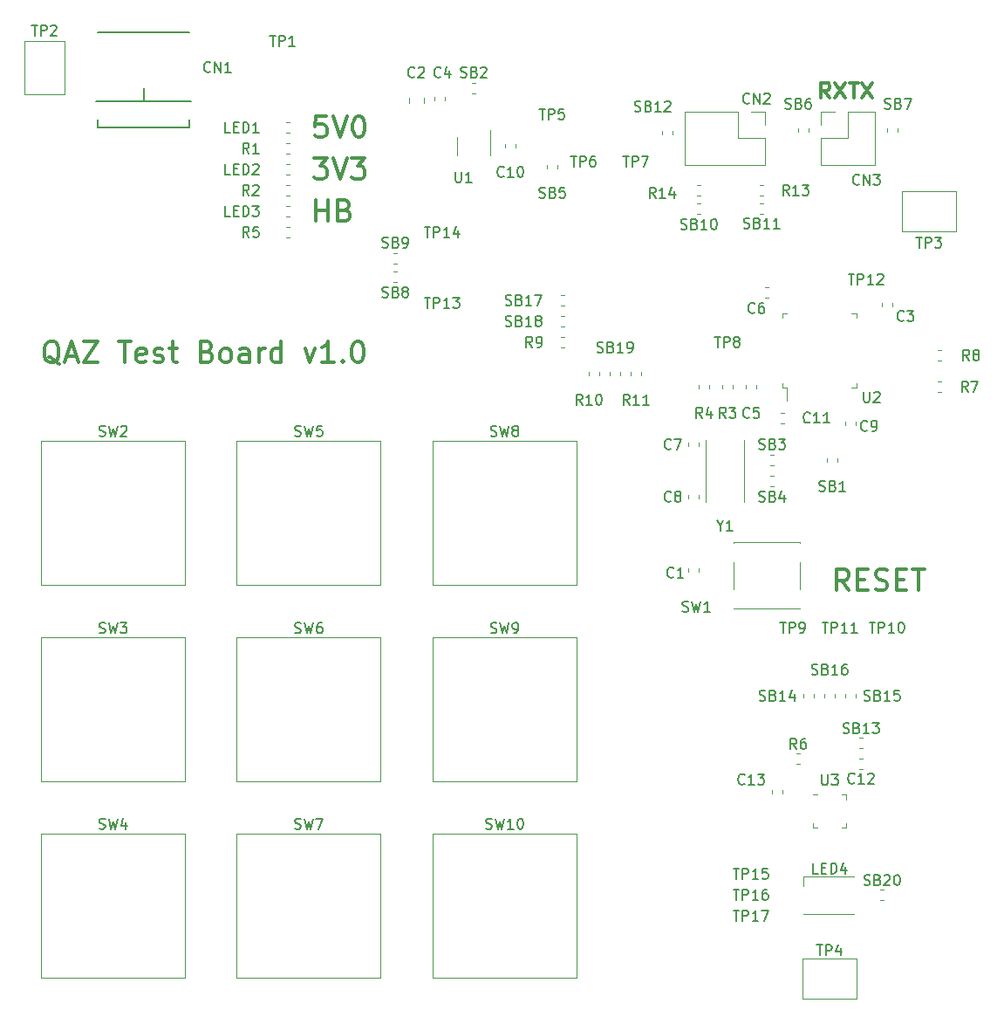
<source format=gbr>
%TF.GenerationSoftware,KiCad,Pcbnew,(5.1.6)-1*%
%TF.CreationDate,2020-09-26T21:35:22-04:00*%
%TF.ProjectId,QAZ_testboard,51415a5f-7465-4737-9462-6f6172642e6b,v1.0*%
%TF.SameCoordinates,Original*%
%TF.FileFunction,Legend,Top*%
%TF.FilePolarity,Positive*%
%FSLAX46Y46*%
G04 Gerber Fmt 4.6, Leading zero omitted, Abs format (unit mm)*
G04 Created by KiCad (PCBNEW (5.1.6)-1) date 2020-09-26 21:35:22*
%MOMM*%
%LPD*%
G01*
G04 APERTURE LIST*
%ADD10C,0.300000*%
%ADD11C,0.304800*%
%ADD12C,0.120000*%
%ADD13C,0.150000*%
G04 APERTURE END LIST*
D10*
X162564000Y-49192571D02*
X162064000Y-48478285D01*
X161706857Y-49192571D02*
X161706857Y-47692571D01*
X162278285Y-47692571D01*
X162421142Y-47764000D01*
X162492571Y-47835428D01*
X162564000Y-47978285D01*
X162564000Y-48192571D01*
X162492571Y-48335428D01*
X162421142Y-48406857D01*
X162278285Y-48478285D01*
X161706857Y-48478285D01*
X163064000Y-47692571D02*
X164064000Y-49192571D01*
X164064000Y-47692571D02*
X163064000Y-49192571D01*
X164465142Y-47692571D02*
X165322285Y-47692571D01*
X164893714Y-49192571D02*
X164893714Y-47692571D01*
X165679428Y-47692571D02*
X166679428Y-49192571D01*
X166679428Y-47692571D02*
X165679428Y-49192571D01*
D11*
X87823523Y-75026761D02*
X87630000Y-74930000D01*
X87436476Y-74736476D01*
X87146190Y-74446190D01*
X86952666Y-74349428D01*
X86759142Y-74349428D01*
X86855904Y-74833238D02*
X86662380Y-74736476D01*
X86468857Y-74542952D01*
X86372095Y-74155904D01*
X86372095Y-73478571D01*
X86468857Y-73091523D01*
X86662380Y-72898000D01*
X86855904Y-72801238D01*
X87242952Y-72801238D01*
X87436476Y-72898000D01*
X87630000Y-73091523D01*
X87726761Y-73478571D01*
X87726761Y-74155904D01*
X87630000Y-74542952D01*
X87436476Y-74736476D01*
X87242952Y-74833238D01*
X86855904Y-74833238D01*
X88500857Y-74252666D02*
X89468476Y-74252666D01*
X88307333Y-74833238D02*
X88984666Y-72801238D01*
X89662000Y-74833238D01*
X90145809Y-72801238D02*
X91500476Y-72801238D01*
X90145809Y-74833238D01*
X91500476Y-74833238D01*
X93532476Y-72801238D02*
X94693619Y-72801238D01*
X94113047Y-74833238D02*
X94113047Y-72801238D01*
X96145047Y-74736476D02*
X95951523Y-74833238D01*
X95564476Y-74833238D01*
X95370952Y-74736476D01*
X95274190Y-74542952D01*
X95274190Y-73768857D01*
X95370952Y-73575333D01*
X95564476Y-73478571D01*
X95951523Y-73478571D01*
X96145047Y-73575333D01*
X96241809Y-73768857D01*
X96241809Y-73962380D01*
X95274190Y-74155904D01*
X97015904Y-74736476D02*
X97209428Y-74833238D01*
X97596476Y-74833238D01*
X97789999Y-74736476D01*
X97886761Y-74542952D01*
X97886761Y-74446190D01*
X97789999Y-74252666D01*
X97596476Y-74155904D01*
X97306190Y-74155904D01*
X97112666Y-74059142D01*
X97015904Y-73865619D01*
X97015904Y-73768857D01*
X97112666Y-73575333D01*
X97306190Y-73478571D01*
X97596476Y-73478571D01*
X97789999Y-73575333D01*
X98467333Y-73478571D02*
X99241428Y-73478571D01*
X98757619Y-72801238D02*
X98757619Y-74542952D01*
X98854380Y-74736476D01*
X99047904Y-74833238D01*
X99241428Y-74833238D01*
X102144285Y-73768857D02*
X102434571Y-73865619D01*
X102531333Y-73962380D01*
X102628095Y-74155904D01*
X102628095Y-74446190D01*
X102531333Y-74639714D01*
X102434571Y-74736476D01*
X102241047Y-74833238D01*
X101466952Y-74833238D01*
X101466952Y-72801238D01*
X102144285Y-72801238D01*
X102337809Y-72898000D01*
X102434571Y-72994761D01*
X102531333Y-73188285D01*
X102531333Y-73381809D01*
X102434571Y-73575333D01*
X102337809Y-73672095D01*
X102144285Y-73768857D01*
X101466952Y-73768857D01*
X103789238Y-74833238D02*
X103595714Y-74736476D01*
X103498952Y-74639714D01*
X103402190Y-74446190D01*
X103402190Y-73865619D01*
X103498952Y-73672095D01*
X103595714Y-73575333D01*
X103789238Y-73478571D01*
X104079523Y-73478571D01*
X104273047Y-73575333D01*
X104369809Y-73672095D01*
X104466571Y-73865619D01*
X104466571Y-74446190D01*
X104369809Y-74639714D01*
X104273047Y-74736476D01*
X104079523Y-74833238D01*
X103789238Y-74833238D01*
X106208285Y-74833238D02*
X106208285Y-73768857D01*
X106111523Y-73575333D01*
X105917999Y-73478571D01*
X105530952Y-73478571D01*
X105337428Y-73575333D01*
X106208285Y-74736476D02*
X106014761Y-74833238D01*
X105530952Y-74833238D01*
X105337428Y-74736476D01*
X105240666Y-74542952D01*
X105240666Y-74349428D01*
X105337428Y-74155904D01*
X105530952Y-74059142D01*
X106014761Y-74059142D01*
X106208285Y-73962380D01*
X107175904Y-74833238D02*
X107175904Y-73478571D01*
X107175904Y-73865619D02*
X107272666Y-73672095D01*
X107369428Y-73575333D01*
X107562952Y-73478571D01*
X107756476Y-73478571D01*
X109304666Y-74833238D02*
X109304666Y-72801238D01*
X109304666Y-74736476D02*
X109111142Y-74833238D01*
X108724095Y-74833238D01*
X108530571Y-74736476D01*
X108433809Y-74639714D01*
X108337047Y-74446190D01*
X108337047Y-73865619D01*
X108433809Y-73672095D01*
X108530571Y-73575333D01*
X108724095Y-73478571D01*
X109111142Y-73478571D01*
X109304666Y-73575333D01*
X111626952Y-73478571D02*
X112110761Y-74833238D01*
X112594571Y-73478571D01*
X114433047Y-74833238D02*
X113271904Y-74833238D01*
X113852476Y-74833238D02*
X113852476Y-72801238D01*
X113658952Y-73091523D01*
X113465428Y-73285047D01*
X113271904Y-73381809D01*
X115303904Y-74639714D02*
X115400666Y-74736476D01*
X115303904Y-74833238D01*
X115207142Y-74736476D01*
X115303904Y-74639714D01*
X115303904Y-74833238D01*
X116658571Y-72801238D02*
X116852095Y-72801238D01*
X117045619Y-72898000D01*
X117142380Y-72994761D01*
X117239142Y-73188285D01*
X117335904Y-73575333D01*
X117335904Y-74059142D01*
X117239142Y-74446190D01*
X117142380Y-74639714D01*
X117045619Y-74736476D01*
X116852095Y-74833238D01*
X116658571Y-74833238D01*
X116465047Y-74736476D01*
X116368285Y-74639714D01*
X116271523Y-74446190D01*
X116174761Y-74059142D01*
X116174761Y-73575333D01*
X116271523Y-73188285D01*
X116368285Y-72994761D01*
X116465047Y-72898000D01*
X116658571Y-72801238D01*
X164403072Y-96931238D02*
X163725739Y-95963619D01*
X163241929Y-96931238D02*
X163241929Y-94899238D01*
X164016024Y-94899238D01*
X164209548Y-94996000D01*
X164306310Y-95092761D01*
X164403072Y-95286285D01*
X164403072Y-95576571D01*
X164306310Y-95770095D01*
X164209548Y-95866857D01*
X164016024Y-95963619D01*
X163241929Y-95963619D01*
X165273929Y-95866857D02*
X165951262Y-95866857D01*
X166241548Y-96931238D02*
X165273929Y-96931238D01*
X165273929Y-94899238D01*
X166241548Y-94899238D01*
X167015643Y-96834476D02*
X167305929Y-96931238D01*
X167789739Y-96931238D01*
X167983262Y-96834476D01*
X168080024Y-96737714D01*
X168176786Y-96544190D01*
X168176786Y-96350666D01*
X168080024Y-96157142D01*
X167983262Y-96060380D01*
X167789739Y-95963619D01*
X167402691Y-95866857D01*
X167209167Y-95770095D01*
X167112405Y-95673333D01*
X167015643Y-95479809D01*
X167015643Y-95286285D01*
X167112405Y-95092761D01*
X167209167Y-94996000D01*
X167402691Y-94899238D01*
X167886500Y-94899238D01*
X168176786Y-94996000D01*
X169047643Y-95866857D02*
X169724977Y-95866857D01*
X170015262Y-96931238D02*
X169047643Y-96931238D01*
X169047643Y-94899238D01*
X170015262Y-94899238D01*
X170595834Y-94899238D02*
X171756977Y-94899238D01*
X171176405Y-96931238D02*
X171176405Y-94899238D01*
X112695929Y-61117238D02*
X112695929Y-59085238D01*
X112695929Y-60052857D02*
X113857072Y-60052857D01*
X113857072Y-61117238D02*
X113857072Y-59085238D01*
X115502024Y-60052857D02*
X115792310Y-60149619D01*
X115889072Y-60246380D01*
X115985834Y-60439904D01*
X115985834Y-60730190D01*
X115889072Y-60923714D01*
X115792310Y-61020476D01*
X115598786Y-61117238D01*
X114824691Y-61117238D01*
X114824691Y-59085238D01*
X115502024Y-59085238D01*
X115695548Y-59182000D01*
X115792310Y-59278761D01*
X115889072Y-59472285D01*
X115889072Y-59665809D01*
X115792310Y-59859333D01*
X115695548Y-59956095D01*
X115502024Y-60052857D01*
X114824691Y-60052857D01*
X112502405Y-55021238D02*
X113760310Y-55021238D01*
X113082977Y-55795333D01*
X113373262Y-55795333D01*
X113566786Y-55892095D01*
X113663548Y-55988857D01*
X113760310Y-56182380D01*
X113760310Y-56666190D01*
X113663548Y-56859714D01*
X113566786Y-56956476D01*
X113373262Y-57053238D01*
X112792691Y-57053238D01*
X112599167Y-56956476D01*
X112502405Y-56859714D01*
X114340881Y-55021238D02*
X115018215Y-57053238D01*
X115695548Y-55021238D01*
X116179358Y-55021238D02*
X117437262Y-55021238D01*
X116759929Y-55795333D01*
X117050215Y-55795333D01*
X117243739Y-55892095D01*
X117340500Y-55988857D01*
X117437262Y-56182380D01*
X117437262Y-56666190D01*
X117340500Y-56859714D01*
X117243739Y-56956476D01*
X117050215Y-57053238D01*
X116469643Y-57053238D01*
X116276120Y-56956476D01*
X116179358Y-56859714D01*
X113663548Y-50957238D02*
X112695929Y-50957238D01*
X112599167Y-51924857D01*
X112695929Y-51828095D01*
X112889453Y-51731333D01*
X113373262Y-51731333D01*
X113566786Y-51828095D01*
X113663548Y-51924857D01*
X113760310Y-52118380D01*
X113760310Y-52602190D01*
X113663548Y-52795714D01*
X113566786Y-52892476D01*
X113373262Y-52989238D01*
X112889453Y-52989238D01*
X112695929Y-52892476D01*
X112599167Y-52795714D01*
X114340881Y-50957238D02*
X115018215Y-52989238D01*
X115695548Y-50957238D01*
X116759929Y-50957238D02*
X116953453Y-50957238D01*
X117146977Y-51054000D01*
X117243739Y-51150761D01*
X117340500Y-51344285D01*
X117437262Y-51731333D01*
X117437262Y-52215142D01*
X117340500Y-52602190D01*
X117243739Y-52795714D01*
X117146977Y-52892476D01*
X116953453Y-52989238D01*
X116759929Y-52989238D01*
X116566405Y-52892476D01*
X116469643Y-52795714D01*
X116372881Y-52602190D01*
X116276120Y-52215142D01*
X116276120Y-51731333D01*
X116372881Y-51344285D01*
X116469643Y-51150761D01*
X116566405Y-51054000D01*
X116759929Y-50957238D01*
D12*
%TO.C,TP3*%
X169612000Y-62148000D02*
X174812000Y-62148000D01*
X174812000Y-58248000D02*
X174812000Y-62148000D01*
X169612000Y-62148000D02*
X169612000Y-58248000D01*
X174812000Y-58248000D02*
X169612000Y-58248000D01*
%TO.C,C11*%
X157816733Y-80774000D02*
X158159267Y-80774000D01*
X157816733Y-79754000D02*
X158159267Y-79754000D01*
%TO.C,U3*%
X163720000Y-119974000D02*
X164170000Y-119974000D01*
X161400000Y-119974000D02*
X160950000Y-119974000D01*
X164170000Y-116754000D02*
X164170000Y-117204000D01*
X161400000Y-116754000D02*
X160950000Y-116754000D01*
X164170000Y-119974000D02*
X164170000Y-119524000D01*
X160950000Y-119974000D02*
X160950000Y-119524000D01*
X163720000Y-116754000D02*
X164170000Y-116754000D01*
%TO.C,Y1*%
X150540000Y-82344000D02*
X150540000Y-88344000D01*
X154260000Y-82344000D02*
X154260000Y-88344000D01*
%TO.C,U2*%
X158384000Y-77270000D02*
X158384000Y-78560000D01*
X157934000Y-77270000D02*
X158384000Y-77270000D01*
X157934000Y-76820000D02*
X157934000Y-77270000D01*
X157934000Y-70050000D02*
X158384000Y-70050000D01*
X157934000Y-70500000D02*
X157934000Y-70050000D01*
X165154000Y-77270000D02*
X164704000Y-77270000D01*
X165154000Y-76820000D02*
X165154000Y-77270000D01*
X165154000Y-70050000D02*
X164704000Y-70050000D01*
X165154000Y-70500000D02*
X165154000Y-70050000D01*
%TO.C,U1*%
X129626000Y-54748000D02*
X129626000Y-52298000D01*
X126406000Y-52948000D02*
X126406000Y-54748000D01*
%TO.C,TP4*%
X159960000Y-136570000D02*
X165160000Y-136570000D01*
X165160000Y-132670000D02*
X165160000Y-136570000D01*
X159960000Y-136570000D02*
X159960000Y-132670000D01*
X165160000Y-132670000D02*
X159960000Y-132670000D01*
%TO.C,TP2*%
X88310000Y-48828000D02*
X88310000Y-43628000D01*
X84410000Y-43628000D02*
X88310000Y-43628000D01*
X88310000Y-48828000D02*
X84410000Y-48828000D01*
X84410000Y-43628000D02*
X84410000Y-48828000D01*
%TO.C,SW10*%
X124015000Y-134485000D02*
X124015000Y-120515000D01*
X137985000Y-134485000D02*
X124015000Y-134485000D01*
X137985000Y-120515000D02*
X137985000Y-134485000D01*
X124015000Y-120515000D02*
X137985000Y-120515000D01*
%TO.C,SW9*%
X124015000Y-115485000D02*
X124015000Y-101515000D01*
X137985000Y-115485000D02*
X124015000Y-115485000D01*
X137985000Y-101515000D02*
X137985000Y-115485000D01*
X124015000Y-101515000D02*
X137985000Y-101515000D01*
%TO.C,SW8*%
X124015000Y-96393000D02*
X124015000Y-82423000D01*
X137985000Y-96393000D02*
X124015000Y-96393000D01*
X137985000Y-82423000D02*
X137985000Y-96393000D01*
X124015000Y-82423000D02*
X137985000Y-82423000D01*
%TO.C,SW7*%
X105015000Y-134485000D02*
X105015000Y-120515000D01*
X118985000Y-134485000D02*
X105015000Y-134485000D01*
X118985000Y-120515000D02*
X118985000Y-134485000D01*
X105015000Y-120515000D02*
X118985000Y-120515000D01*
%TO.C,SW6*%
X105015000Y-115485000D02*
X105015000Y-101515000D01*
X118985000Y-115485000D02*
X105015000Y-115485000D01*
X118985000Y-101515000D02*
X118985000Y-115485000D01*
X105015000Y-101515000D02*
X118985000Y-101515000D01*
%TO.C,SW5*%
X105015000Y-96393000D02*
X105015000Y-82423000D01*
X118985000Y-96393000D02*
X105015000Y-96393000D01*
X118985000Y-82423000D02*
X118985000Y-96393000D01*
X105015000Y-82423000D02*
X118985000Y-82423000D01*
%TO.C,SW4*%
X86015000Y-134485000D02*
X86015000Y-120515000D01*
X99985000Y-134485000D02*
X86015000Y-134485000D01*
X99985000Y-120515000D02*
X99985000Y-134485000D01*
X86015000Y-120515000D02*
X99985000Y-120515000D01*
%TO.C,SW3*%
X86015000Y-115485000D02*
X86015000Y-101515000D01*
X99985000Y-115485000D02*
X86015000Y-115485000D01*
X99985000Y-101515000D02*
X99985000Y-115485000D01*
X86015000Y-101515000D02*
X99985000Y-101515000D01*
%TO.C,SW2*%
X86015000Y-96393000D02*
X86015000Y-82423000D01*
X99985000Y-96393000D02*
X86015000Y-96393000D01*
X99985000Y-82423000D02*
X99985000Y-96393000D01*
X86015000Y-82423000D02*
X99985000Y-82423000D01*
%TO.C,SW1*%
X159694000Y-92274000D02*
X153234000Y-92274000D01*
X159694000Y-96804000D02*
X159694000Y-94204000D01*
X159694000Y-98734000D02*
X153234000Y-98734000D01*
X153234000Y-96804000D02*
X153234000Y-94204000D01*
X159694000Y-98704000D02*
X159694000Y-98734000D01*
X159694000Y-92274000D02*
X159694000Y-92304000D01*
X153234000Y-92274000D02*
X153234000Y-92304000D01*
X153234000Y-98734000D02*
X153234000Y-98704000D01*
%TO.C,SB20*%
X167468733Y-127002000D02*
X167811267Y-127002000D01*
X167468733Y-125982000D02*
X167811267Y-125982000D01*
%TO.C,SB19*%
X142242000Y-76117267D02*
X142242000Y-75774733D01*
X141222000Y-76117267D02*
X141222000Y-75774733D01*
%TO.C,SB18*%
X136480733Y-71376000D02*
X136823267Y-71376000D01*
X136480733Y-70356000D02*
X136823267Y-70356000D01*
%TO.C,SB17*%
X136480733Y-69344000D02*
X136823267Y-69344000D01*
X136480733Y-68324000D02*
X136823267Y-68324000D01*
%TO.C,SB16*%
X162050000Y-107016733D02*
X162050000Y-107359267D01*
X163070000Y-107016733D02*
X163070000Y-107359267D01*
%TO.C,SB15*%
X164082000Y-107016733D02*
X164082000Y-107359267D01*
X165102000Y-107016733D02*
X165102000Y-107359267D01*
%TO.C,SB14*%
X160018000Y-107016733D02*
X160018000Y-107359267D01*
X161038000Y-107016733D02*
X161038000Y-107359267D01*
%TO.C,SB13*%
X165436733Y-112270000D02*
X165779267Y-112270000D01*
X165436733Y-111250000D02*
X165779267Y-111250000D01*
%TO.C,SB12*%
X147322000Y-52749267D02*
X147322000Y-52406733D01*
X146302000Y-52749267D02*
X146302000Y-52406733D01*
%TO.C,SB11*%
X156127267Y-59434000D02*
X155784733Y-59434000D01*
X156127267Y-60454000D02*
X155784733Y-60454000D01*
%TO.C,SB10*%
X150031267Y-59434000D02*
X149688733Y-59434000D01*
X150031267Y-60454000D02*
X149688733Y-60454000D01*
%TO.C,SB9*%
X120224733Y-65280000D02*
X120567267Y-65280000D01*
X120224733Y-64260000D02*
X120567267Y-64260000D01*
%TO.C,SB8*%
X120224733Y-67058000D02*
X120567267Y-67058000D01*
X120224733Y-66038000D02*
X120567267Y-66038000D01*
%TO.C,SB7*%
X169166000Y-52495267D02*
X169166000Y-52152733D01*
X168146000Y-52495267D02*
X168146000Y-52152733D01*
%TO.C,SB6*%
X160530000Y-52495267D02*
X160530000Y-52152733D01*
X159510000Y-52495267D02*
X159510000Y-52152733D01*
%TO.C,SB5*%
X135126000Y-55708733D02*
X135126000Y-56051267D01*
X136146000Y-55708733D02*
X136146000Y-56051267D01*
%TO.C,SB4*%
X156800733Y-86870000D02*
X157143267Y-86870000D01*
X156800733Y-85850000D02*
X157143267Y-85850000D01*
%TO.C,SB3*%
X156800733Y-84838000D02*
X157143267Y-84838000D01*
X156800733Y-83818000D02*
X157143267Y-83818000D01*
%TO.C,SB2*%
X127844733Y-48770000D02*
X128187267Y-48770000D01*
X127844733Y-47750000D02*
X128187267Y-47750000D01*
%TO.C,SB1*%
X163324000Y-84499267D02*
X163324000Y-84156733D01*
X162304000Y-84499267D02*
X162304000Y-84156733D01*
%TO.C,R14*%
X149688733Y-58676000D02*
X150031267Y-58676000D01*
X149688733Y-57656000D02*
X150031267Y-57656000D01*
%TO.C,R13*%
X155784733Y-58676000D02*
X156127267Y-58676000D01*
X155784733Y-57656000D02*
X156127267Y-57656000D01*
%TO.C,R11*%
X144274000Y-76117267D02*
X144274000Y-75774733D01*
X143254000Y-76117267D02*
X143254000Y-75774733D01*
%TO.C,R10*%
X140210000Y-76117267D02*
X140210000Y-75774733D01*
X139190000Y-76117267D02*
X139190000Y-75774733D01*
%TO.C,R9*%
X136480733Y-73408000D02*
X136823267Y-73408000D01*
X136480733Y-72388000D02*
X136823267Y-72388000D01*
%TO.C,R8*%
X173056733Y-74678000D02*
X173399267Y-74678000D01*
X173056733Y-73658000D02*
X173399267Y-73658000D01*
%TO.C,R7*%
X173056733Y-77726000D02*
X173399267Y-77726000D01*
X173056733Y-76706000D02*
X173399267Y-76706000D01*
%TO.C,R6*%
X159340733Y-113794000D02*
X159683267Y-113794000D01*
X159340733Y-112774000D02*
X159683267Y-112774000D01*
%TO.C,R5*%
X109810733Y-62740000D02*
X110153267Y-62740000D01*
X109810733Y-61720000D02*
X110153267Y-61720000D01*
%TO.C,R4*%
X150878000Y-77387267D02*
X150878000Y-77044733D01*
X149858000Y-77387267D02*
X149858000Y-77044733D01*
%TO.C,R3*%
X152144000Y-77044733D02*
X152144000Y-77387267D01*
X153164000Y-77044733D02*
X153164000Y-77387267D01*
%TO.C,R2*%
X109810733Y-58676000D02*
X110153267Y-58676000D01*
X109810733Y-57656000D02*
X110153267Y-57656000D01*
%TO.C,R1*%
X109810733Y-54612000D02*
X110153267Y-54612000D01*
X109810733Y-53592000D02*
X110153267Y-53592000D01*
%TO.C,LED4*%
X164910000Y-124692000D02*
X160010000Y-124692000D01*
X160010000Y-128292000D02*
X164910000Y-128292000D01*
X160010000Y-124692000D02*
X160010000Y-125592000D01*
%TO.C,LED3*%
X109810733Y-60708000D02*
X110153267Y-60708000D01*
X109810733Y-59688000D02*
X110153267Y-59688000D01*
%TO.C,LED2*%
X109810733Y-56644000D02*
X110153267Y-56644000D01*
X109810733Y-55624000D02*
X110153267Y-55624000D01*
%TO.C,LED1*%
X109810733Y-52580000D02*
X110153267Y-52580000D01*
X109810733Y-51560000D02*
X110153267Y-51560000D01*
%TO.C,CN3*%
X161738000Y-50486000D02*
X163068000Y-50486000D01*
X161738000Y-51816000D02*
X161738000Y-50486000D01*
X164338000Y-50486000D02*
X166938000Y-50486000D01*
X164338000Y-53086000D02*
X164338000Y-50486000D01*
X161738000Y-53086000D02*
X164338000Y-53086000D01*
X166938000Y-50486000D02*
X166938000Y-55686000D01*
X161738000Y-53086000D02*
X161738000Y-55686000D01*
X161738000Y-55686000D02*
X166938000Y-55686000D01*
%TO.C,CN2*%
X156270000Y-50486000D02*
X156270000Y-51816000D01*
X154940000Y-50486000D02*
X156270000Y-50486000D01*
X156270000Y-53086000D02*
X156270000Y-55686000D01*
X153670000Y-53086000D02*
X156270000Y-53086000D01*
X153670000Y-50486000D02*
X153670000Y-53086000D01*
X156270000Y-55686000D02*
X148530000Y-55686000D01*
X153670000Y-50486000D02*
X148530000Y-50486000D01*
X148530000Y-50486000D02*
X148530000Y-55686000D01*
D13*
%TO.C,CN1*%
X91339000Y-49508000D02*
X100589000Y-49508000D01*
X91489000Y-42848000D02*
X100439000Y-42848000D01*
X100444000Y-51258000D02*
X100439000Y-52018000D01*
X91489000Y-52018000D02*
X100439000Y-52018000D01*
X91489000Y-52018000D02*
X91484000Y-51258000D01*
X95964000Y-49508000D02*
X95964000Y-48238000D01*
D12*
%TO.C,C13*%
X157990000Y-116273733D02*
X157990000Y-116616267D01*
X156970000Y-116273733D02*
X156970000Y-116616267D01*
%TO.C,C12*%
X165779267Y-113282000D02*
X165436733Y-113282000D01*
X165779267Y-114302000D02*
X165436733Y-114302000D01*
%TO.C,C10*%
X131062000Y-53676733D02*
X131062000Y-54019267D01*
X132082000Y-53676733D02*
X132082000Y-54019267D01*
%TO.C,C9*%
X164082000Y-80943267D02*
X164082000Y-80600733D01*
X165102000Y-80943267D02*
X165102000Y-80600733D01*
%TO.C,C8*%
X149862000Y-88055267D02*
X149862000Y-87712733D01*
X148842000Y-88055267D02*
X148842000Y-87712733D01*
%TO.C,C7*%
X148842000Y-82632733D02*
X148842000Y-82975267D01*
X149862000Y-82632733D02*
X149862000Y-82975267D01*
%TO.C,C6*%
X156635267Y-67562000D02*
X156292733Y-67562000D01*
X156635267Y-68582000D02*
X156292733Y-68582000D01*
%TO.C,C5*%
X154430000Y-77044733D02*
X154430000Y-77387267D01*
X155450000Y-77044733D02*
X155450000Y-77387267D01*
%TO.C,C4*%
X125224000Y-49447267D02*
X125224000Y-49104733D01*
X124204000Y-49447267D02*
X124204000Y-49104733D01*
%TO.C,C3*%
X167638000Y-69400267D02*
X167638000Y-69057733D01*
X168658000Y-69400267D02*
X168658000Y-69057733D01*
%TO.C,C2*%
X123138000Y-49664252D02*
X123138000Y-49141748D01*
X121718000Y-49664252D02*
X121718000Y-49141748D01*
%TO.C,C1*%
X149862000Y-95167267D02*
X149862000Y-94824733D01*
X148842000Y-95167267D02*
X148842000Y-94824733D01*
%TO.C,TP3*%
D13*
X170950095Y-62698380D02*
X171521523Y-62698380D01*
X171235809Y-63698380D02*
X171235809Y-62698380D01*
X171854857Y-63698380D02*
X171854857Y-62698380D01*
X172235809Y-62698380D01*
X172331047Y-62746000D01*
X172378666Y-62793619D01*
X172426285Y-62888857D01*
X172426285Y-63031714D01*
X172378666Y-63126952D01*
X172331047Y-63174571D01*
X172235809Y-63222190D01*
X171854857Y-63222190D01*
X172759619Y-62698380D02*
X173378666Y-62698380D01*
X173045333Y-63079333D01*
X173188190Y-63079333D01*
X173283428Y-63126952D01*
X173331047Y-63174571D01*
X173378666Y-63269809D01*
X173378666Y-63507904D01*
X173331047Y-63603142D01*
X173283428Y-63650761D01*
X173188190Y-63698380D01*
X172902476Y-63698380D01*
X172807238Y-63650761D01*
X172759619Y-63603142D01*
%TO.C,C11*%
X160645142Y-80585142D02*
X160597523Y-80632761D01*
X160454666Y-80680380D01*
X160359428Y-80680380D01*
X160216571Y-80632761D01*
X160121333Y-80537523D01*
X160073714Y-80442285D01*
X160026095Y-80251809D01*
X160026095Y-80108952D01*
X160073714Y-79918476D01*
X160121333Y-79823238D01*
X160216571Y-79728000D01*
X160359428Y-79680380D01*
X160454666Y-79680380D01*
X160597523Y-79728000D01*
X160645142Y-79775619D01*
X161597523Y-80680380D02*
X161026095Y-80680380D01*
X161311809Y-80680380D02*
X161311809Y-79680380D01*
X161216571Y-79823238D01*
X161121333Y-79918476D01*
X161026095Y-79966095D01*
X162549904Y-80680380D02*
X161978476Y-80680380D01*
X162264190Y-80680380D02*
X162264190Y-79680380D01*
X162168952Y-79823238D01*
X162073714Y-79918476D01*
X161978476Y-79966095D01*
%TO.C,TP14*%
X123229904Y-61682380D02*
X123801333Y-61682380D01*
X123515619Y-62682380D02*
X123515619Y-61682380D01*
X124134666Y-62682380D02*
X124134666Y-61682380D01*
X124515619Y-61682380D01*
X124610857Y-61730000D01*
X124658476Y-61777619D01*
X124706095Y-61872857D01*
X124706095Y-62015714D01*
X124658476Y-62110952D01*
X124610857Y-62158571D01*
X124515619Y-62206190D01*
X124134666Y-62206190D01*
X125658476Y-62682380D02*
X125087047Y-62682380D01*
X125372761Y-62682380D02*
X125372761Y-61682380D01*
X125277523Y-61825238D01*
X125182285Y-61920476D01*
X125087047Y-61968095D01*
X126515619Y-62015714D02*
X126515619Y-62682380D01*
X126277523Y-61634761D02*
X126039428Y-62349047D01*
X126658476Y-62349047D01*
%TO.C,TP13*%
X123229904Y-68540380D02*
X123801333Y-68540380D01*
X123515619Y-69540380D02*
X123515619Y-68540380D01*
X124134666Y-69540380D02*
X124134666Y-68540380D01*
X124515619Y-68540380D01*
X124610857Y-68588000D01*
X124658476Y-68635619D01*
X124706095Y-68730857D01*
X124706095Y-68873714D01*
X124658476Y-68968952D01*
X124610857Y-69016571D01*
X124515619Y-69064190D01*
X124134666Y-69064190D01*
X125658476Y-69540380D02*
X125087047Y-69540380D01*
X125372761Y-69540380D02*
X125372761Y-68540380D01*
X125277523Y-68683238D01*
X125182285Y-68778476D01*
X125087047Y-68826095D01*
X125991809Y-68540380D02*
X126610857Y-68540380D01*
X126277523Y-68921333D01*
X126420380Y-68921333D01*
X126515619Y-68968952D01*
X126563238Y-69016571D01*
X126610857Y-69111809D01*
X126610857Y-69349904D01*
X126563238Y-69445142D01*
X126515619Y-69492761D01*
X126420380Y-69540380D01*
X126134666Y-69540380D01*
X126039428Y-69492761D01*
X125991809Y-69445142D01*
%TO.C,U3*%
X161798095Y-114816380D02*
X161798095Y-115625904D01*
X161845714Y-115721142D01*
X161893333Y-115768761D01*
X161988571Y-115816380D01*
X162179047Y-115816380D01*
X162274285Y-115768761D01*
X162321904Y-115721142D01*
X162369523Y-115625904D01*
X162369523Y-114816380D01*
X162750476Y-114816380D02*
X163369523Y-114816380D01*
X163036190Y-115197333D01*
X163179047Y-115197333D01*
X163274285Y-115244952D01*
X163321904Y-115292571D01*
X163369523Y-115387809D01*
X163369523Y-115625904D01*
X163321904Y-115721142D01*
X163274285Y-115768761D01*
X163179047Y-115816380D01*
X162893333Y-115816380D01*
X162798095Y-115768761D01*
X162750476Y-115721142D01*
%TO.C,Y1*%
X151923809Y-90654190D02*
X151923809Y-91130380D01*
X151590476Y-90130380D02*
X151923809Y-90654190D01*
X152257142Y-90130380D01*
X153114285Y-91130380D02*
X152542857Y-91130380D01*
X152828571Y-91130380D02*
X152828571Y-90130380D01*
X152733333Y-90273238D01*
X152638095Y-90368476D01*
X152542857Y-90416095D01*
%TO.C,U2*%
X165862095Y-77684380D02*
X165862095Y-78493904D01*
X165909714Y-78589142D01*
X165957333Y-78636761D01*
X166052571Y-78684380D01*
X166243047Y-78684380D01*
X166338285Y-78636761D01*
X166385904Y-78589142D01*
X166433523Y-78493904D01*
X166433523Y-77684380D01*
X166862095Y-77779619D02*
X166909714Y-77732000D01*
X167004952Y-77684380D01*
X167243047Y-77684380D01*
X167338285Y-77732000D01*
X167385904Y-77779619D01*
X167433523Y-77874857D01*
X167433523Y-77970095D01*
X167385904Y-78112952D01*
X166814476Y-78684380D01*
X167433523Y-78684380D01*
%TO.C,U1*%
X126238095Y-56348380D02*
X126238095Y-57157904D01*
X126285714Y-57253142D01*
X126333333Y-57300761D01*
X126428571Y-57348380D01*
X126619047Y-57348380D01*
X126714285Y-57300761D01*
X126761904Y-57253142D01*
X126809523Y-57157904D01*
X126809523Y-56348380D01*
X127809523Y-57348380D02*
X127238095Y-57348380D01*
X127523809Y-57348380D02*
X127523809Y-56348380D01*
X127428571Y-56491238D01*
X127333333Y-56586476D01*
X127238095Y-56634095D01*
%TO.C,TP17*%
X153201904Y-127976380D02*
X153773333Y-127976380D01*
X153487619Y-128976380D02*
X153487619Y-127976380D01*
X154106666Y-128976380D02*
X154106666Y-127976380D01*
X154487619Y-127976380D01*
X154582857Y-128024000D01*
X154630476Y-128071619D01*
X154678095Y-128166857D01*
X154678095Y-128309714D01*
X154630476Y-128404952D01*
X154582857Y-128452571D01*
X154487619Y-128500190D01*
X154106666Y-128500190D01*
X155630476Y-128976380D02*
X155059047Y-128976380D01*
X155344761Y-128976380D02*
X155344761Y-127976380D01*
X155249523Y-128119238D01*
X155154285Y-128214476D01*
X155059047Y-128262095D01*
X155963809Y-127976380D02*
X156630476Y-127976380D01*
X156201904Y-128976380D01*
%TO.C,TP16*%
X153201904Y-125944380D02*
X153773333Y-125944380D01*
X153487619Y-126944380D02*
X153487619Y-125944380D01*
X154106666Y-126944380D02*
X154106666Y-125944380D01*
X154487619Y-125944380D01*
X154582857Y-125992000D01*
X154630476Y-126039619D01*
X154678095Y-126134857D01*
X154678095Y-126277714D01*
X154630476Y-126372952D01*
X154582857Y-126420571D01*
X154487619Y-126468190D01*
X154106666Y-126468190D01*
X155630476Y-126944380D02*
X155059047Y-126944380D01*
X155344761Y-126944380D02*
X155344761Y-125944380D01*
X155249523Y-126087238D01*
X155154285Y-126182476D01*
X155059047Y-126230095D01*
X156487619Y-125944380D02*
X156297142Y-125944380D01*
X156201904Y-125992000D01*
X156154285Y-126039619D01*
X156059047Y-126182476D01*
X156011428Y-126372952D01*
X156011428Y-126753904D01*
X156059047Y-126849142D01*
X156106666Y-126896761D01*
X156201904Y-126944380D01*
X156392380Y-126944380D01*
X156487619Y-126896761D01*
X156535238Y-126849142D01*
X156582857Y-126753904D01*
X156582857Y-126515809D01*
X156535238Y-126420571D01*
X156487619Y-126372952D01*
X156392380Y-126325333D01*
X156201904Y-126325333D01*
X156106666Y-126372952D01*
X156059047Y-126420571D01*
X156011428Y-126515809D01*
%TO.C,TP15*%
X153201904Y-123912380D02*
X153773333Y-123912380D01*
X153487619Y-124912380D02*
X153487619Y-123912380D01*
X154106666Y-124912380D02*
X154106666Y-123912380D01*
X154487619Y-123912380D01*
X154582857Y-123960000D01*
X154630476Y-124007619D01*
X154678095Y-124102857D01*
X154678095Y-124245714D01*
X154630476Y-124340952D01*
X154582857Y-124388571D01*
X154487619Y-124436190D01*
X154106666Y-124436190D01*
X155630476Y-124912380D02*
X155059047Y-124912380D01*
X155344761Y-124912380D02*
X155344761Y-123912380D01*
X155249523Y-124055238D01*
X155154285Y-124150476D01*
X155059047Y-124198095D01*
X156535238Y-123912380D02*
X156059047Y-123912380D01*
X156011428Y-124388571D01*
X156059047Y-124340952D01*
X156154285Y-124293333D01*
X156392380Y-124293333D01*
X156487619Y-124340952D01*
X156535238Y-124388571D01*
X156582857Y-124483809D01*
X156582857Y-124721904D01*
X156535238Y-124817142D01*
X156487619Y-124864761D01*
X156392380Y-124912380D01*
X156154285Y-124912380D01*
X156059047Y-124864761D01*
X156011428Y-124817142D01*
%TO.C,TP12*%
X164377904Y-66254380D02*
X164949333Y-66254380D01*
X164663619Y-67254380D02*
X164663619Y-66254380D01*
X165282666Y-67254380D02*
X165282666Y-66254380D01*
X165663619Y-66254380D01*
X165758857Y-66302000D01*
X165806476Y-66349619D01*
X165854095Y-66444857D01*
X165854095Y-66587714D01*
X165806476Y-66682952D01*
X165758857Y-66730571D01*
X165663619Y-66778190D01*
X165282666Y-66778190D01*
X166806476Y-67254380D02*
X166235047Y-67254380D01*
X166520761Y-67254380D02*
X166520761Y-66254380D01*
X166425523Y-66397238D01*
X166330285Y-66492476D01*
X166235047Y-66540095D01*
X167187428Y-66349619D02*
X167235047Y-66302000D01*
X167330285Y-66254380D01*
X167568380Y-66254380D01*
X167663619Y-66302000D01*
X167711238Y-66349619D01*
X167758857Y-66444857D01*
X167758857Y-66540095D01*
X167711238Y-66682952D01*
X167139809Y-67254380D01*
X167758857Y-67254380D01*
%TO.C,TP9*%
X157742095Y-100036380D02*
X158313523Y-100036380D01*
X158027809Y-101036380D02*
X158027809Y-100036380D01*
X158646857Y-101036380D02*
X158646857Y-100036380D01*
X159027809Y-100036380D01*
X159123047Y-100084000D01*
X159170666Y-100131619D01*
X159218285Y-100226857D01*
X159218285Y-100369714D01*
X159170666Y-100464952D01*
X159123047Y-100512571D01*
X159027809Y-100560190D01*
X158646857Y-100560190D01*
X159694476Y-101036380D02*
X159884952Y-101036380D01*
X159980190Y-100988761D01*
X160027809Y-100941142D01*
X160123047Y-100798285D01*
X160170666Y-100607809D01*
X160170666Y-100226857D01*
X160123047Y-100131619D01*
X160075428Y-100084000D01*
X159980190Y-100036380D01*
X159789714Y-100036380D01*
X159694476Y-100084000D01*
X159646857Y-100131619D01*
X159599238Y-100226857D01*
X159599238Y-100464952D01*
X159646857Y-100560190D01*
X159694476Y-100607809D01*
X159789714Y-100655428D01*
X159980190Y-100655428D01*
X160075428Y-100607809D01*
X160123047Y-100560190D01*
X160170666Y-100464952D01*
%TO.C,TP11*%
X161837904Y-100036380D02*
X162409333Y-100036380D01*
X162123619Y-101036380D02*
X162123619Y-100036380D01*
X162742666Y-101036380D02*
X162742666Y-100036380D01*
X163123619Y-100036380D01*
X163218857Y-100084000D01*
X163266476Y-100131619D01*
X163314095Y-100226857D01*
X163314095Y-100369714D01*
X163266476Y-100464952D01*
X163218857Y-100512571D01*
X163123619Y-100560190D01*
X162742666Y-100560190D01*
X164266476Y-101036380D02*
X163695047Y-101036380D01*
X163980761Y-101036380D02*
X163980761Y-100036380D01*
X163885523Y-100179238D01*
X163790285Y-100274476D01*
X163695047Y-100322095D01*
X165218857Y-101036380D02*
X164647428Y-101036380D01*
X164933142Y-101036380D02*
X164933142Y-100036380D01*
X164837904Y-100179238D01*
X164742666Y-100274476D01*
X164647428Y-100322095D01*
%TO.C,TP10*%
X166409904Y-100036380D02*
X166981333Y-100036380D01*
X166695619Y-101036380D02*
X166695619Y-100036380D01*
X167314666Y-101036380D02*
X167314666Y-100036380D01*
X167695619Y-100036380D01*
X167790857Y-100084000D01*
X167838476Y-100131619D01*
X167886095Y-100226857D01*
X167886095Y-100369714D01*
X167838476Y-100464952D01*
X167790857Y-100512571D01*
X167695619Y-100560190D01*
X167314666Y-100560190D01*
X168838476Y-101036380D02*
X168267047Y-101036380D01*
X168552761Y-101036380D02*
X168552761Y-100036380D01*
X168457523Y-100179238D01*
X168362285Y-100274476D01*
X168267047Y-100322095D01*
X169457523Y-100036380D02*
X169552761Y-100036380D01*
X169648000Y-100084000D01*
X169695619Y-100131619D01*
X169743238Y-100226857D01*
X169790857Y-100417333D01*
X169790857Y-100655428D01*
X169743238Y-100845904D01*
X169695619Y-100941142D01*
X169648000Y-100988761D01*
X169552761Y-101036380D01*
X169457523Y-101036380D01*
X169362285Y-100988761D01*
X169314666Y-100941142D01*
X169267047Y-100845904D01*
X169219428Y-100655428D01*
X169219428Y-100417333D01*
X169267047Y-100226857D01*
X169314666Y-100131619D01*
X169362285Y-100084000D01*
X169457523Y-100036380D01*
%TO.C,TP8*%
X151392095Y-72350380D02*
X151963523Y-72350380D01*
X151677809Y-73350380D02*
X151677809Y-72350380D01*
X152296857Y-73350380D02*
X152296857Y-72350380D01*
X152677809Y-72350380D01*
X152773047Y-72398000D01*
X152820666Y-72445619D01*
X152868285Y-72540857D01*
X152868285Y-72683714D01*
X152820666Y-72778952D01*
X152773047Y-72826571D01*
X152677809Y-72874190D01*
X152296857Y-72874190D01*
X153439714Y-72778952D02*
X153344476Y-72731333D01*
X153296857Y-72683714D01*
X153249238Y-72588476D01*
X153249238Y-72540857D01*
X153296857Y-72445619D01*
X153344476Y-72398000D01*
X153439714Y-72350380D01*
X153630190Y-72350380D01*
X153725428Y-72398000D01*
X153773047Y-72445619D01*
X153820666Y-72540857D01*
X153820666Y-72588476D01*
X153773047Y-72683714D01*
X153725428Y-72731333D01*
X153630190Y-72778952D01*
X153439714Y-72778952D01*
X153344476Y-72826571D01*
X153296857Y-72874190D01*
X153249238Y-72969428D01*
X153249238Y-73159904D01*
X153296857Y-73255142D01*
X153344476Y-73302761D01*
X153439714Y-73350380D01*
X153630190Y-73350380D01*
X153725428Y-73302761D01*
X153773047Y-73255142D01*
X153820666Y-73159904D01*
X153820666Y-72969428D01*
X153773047Y-72874190D01*
X153725428Y-72826571D01*
X153630190Y-72778952D01*
%TO.C,TP7*%
X142502095Y-54824380D02*
X143073523Y-54824380D01*
X142787809Y-55824380D02*
X142787809Y-54824380D01*
X143406857Y-55824380D02*
X143406857Y-54824380D01*
X143787809Y-54824380D01*
X143883047Y-54872000D01*
X143930666Y-54919619D01*
X143978285Y-55014857D01*
X143978285Y-55157714D01*
X143930666Y-55252952D01*
X143883047Y-55300571D01*
X143787809Y-55348190D01*
X143406857Y-55348190D01*
X144311619Y-54824380D02*
X144978285Y-54824380D01*
X144549714Y-55824380D01*
%TO.C,TP6*%
X137422095Y-54824380D02*
X137993523Y-54824380D01*
X137707809Y-55824380D02*
X137707809Y-54824380D01*
X138326857Y-55824380D02*
X138326857Y-54824380D01*
X138707809Y-54824380D01*
X138803047Y-54872000D01*
X138850666Y-54919619D01*
X138898285Y-55014857D01*
X138898285Y-55157714D01*
X138850666Y-55252952D01*
X138803047Y-55300571D01*
X138707809Y-55348190D01*
X138326857Y-55348190D01*
X139755428Y-54824380D02*
X139564952Y-54824380D01*
X139469714Y-54872000D01*
X139422095Y-54919619D01*
X139326857Y-55062476D01*
X139279238Y-55252952D01*
X139279238Y-55633904D01*
X139326857Y-55729142D01*
X139374476Y-55776761D01*
X139469714Y-55824380D01*
X139660190Y-55824380D01*
X139755428Y-55776761D01*
X139803047Y-55729142D01*
X139850666Y-55633904D01*
X139850666Y-55395809D01*
X139803047Y-55300571D01*
X139755428Y-55252952D01*
X139660190Y-55205333D01*
X139469714Y-55205333D01*
X139374476Y-55252952D01*
X139326857Y-55300571D01*
X139279238Y-55395809D01*
%TO.C,TP5*%
X134374095Y-50252380D02*
X134945523Y-50252380D01*
X134659809Y-51252380D02*
X134659809Y-50252380D01*
X135278857Y-51252380D02*
X135278857Y-50252380D01*
X135659809Y-50252380D01*
X135755047Y-50300000D01*
X135802666Y-50347619D01*
X135850285Y-50442857D01*
X135850285Y-50585714D01*
X135802666Y-50680952D01*
X135755047Y-50728571D01*
X135659809Y-50776190D01*
X135278857Y-50776190D01*
X136755047Y-50252380D02*
X136278857Y-50252380D01*
X136231238Y-50728571D01*
X136278857Y-50680952D01*
X136374095Y-50633333D01*
X136612190Y-50633333D01*
X136707428Y-50680952D01*
X136755047Y-50728571D01*
X136802666Y-50823809D01*
X136802666Y-51061904D01*
X136755047Y-51157142D01*
X136707428Y-51204761D01*
X136612190Y-51252380D01*
X136374095Y-51252380D01*
X136278857Y-51204761D01*
X136231238Y-51157142D01*
%TO.C,TP4*%
X161298095Y-131322380D02*
X161869523Y-131322380D01*
X161583809Y-132322380D02*
X161583809Y-131322380D01*
X162202857Y-132322380D02*
X162202857Y-131322380D01*
X162583809Y-131322380D01*
X162679047Y-131370000D01*
X162726666Y-131417619D01*
X162774285Y-131512857D01*
X162774285Y-131655714D01*
X162726666Y-131750952D01*
X162679047Y-131798571D01*
X162583809Y-131846190D01*
X162202857Y-131846190D01*
X163631428Y-131655714D02*
X163631428Y-132322380D01*
X163393333Y-131274761D02*
X163155238Y-131989047D01*
X163774285Y-131989047D01*
%TO.C,TP2*%
X85098095Y-42124380D02*
X85669523Y-42124380D01*
X85383809Y-43124380D02*
X85383809Y-42124380D01*
X86002857Y-43124380D02*
X86002857Y-42124380D01*
X86383809Y-42124380D01*
X86479047Y-42172000D01*
X86526666Y-42219619D01*
X86574285Y-42314857D01*
X86574285Y-42457714D01*
X86526666Y-42552952D01*
X86479047Y-42600571D01*
X86383809Y-42648190D01*
X86002857Y-42648190D01*
X86955238Y-42219619D02*
X87002857Y-42172000D01*
X87098095Y-42124380D01*
X87336190Y-42124380D01*
X87431428Y-42172000D01*
X87479047Y-42219619D01*
X87526666Y-42314857D01*
X87526666Y-42410095D01*
X87479047Y-42552952D01*
X86907619Y-43124380D01*
X87526666Y-43124380D01*
%TO.C,TP1*%
X108212095Y-43140380D02*
X108783523Y-43140380D01*
X108497809Y-44140380D02*
X108497809Y-43140380D01*
X109116857Y-44140380D02*
X109116857Y-43140380D01*
X109497809Y-43140380D01*
X109593047Y-43188000D01*
X109640666Y-43235619D01*
X109688285Y-43330857D01*
X109688285Y-43473714D01*
X109640666Y-43568952D01*
X109593047Y-43616571D01*
X109497809Y-43664190D01*
X109116857Y-43664190D01*
X110640666Y-44140380D02*
X110069238Y-44140380D01*
X110354952Y-44140380D02*
X110354952Y-43140380D01*
X110259714Y-43283238D01*
X110164476Y-43378476D01*
X110069238Y-43426095D01*
%TO.C,SW10*%
X129190476Y-120030761D02*
X129333333Y-120078380D01*
X129571428Y-120078380D01*
X129666666Y-120030761D01*
X129714285Y-119983142D01*
X129761904Y-119887904D01*
X129761904Y-119792666D01*
X129714285Y-119697428D01*
X129666666Y-119649809D01*
X129571428Y-119602190D01*
X129380952Y-119554571D01*
X129285714Y-119506952D01*
X129238095Y-119459333D01*
X129190476Y-119364095D01*
X129190476Y-119268857D01*
X129238095Y-119173619D01*
X129285714Y-119126000D01*
X129380952Y-119078380D01*
X129619047Y-119078380D01*
X129761904Y-119126000D01*
X130095238Y-119078380D02*
X130333333Y-120078380D01*
X130523809Y-119364095D01*
X130714285Y-120078380D01*
X130952380Y-119078380D01*
X131857142Y-120078380D02*
X131285714Y-120078380D01*
X131571428Y-120078380D02*
X131571428Y-119078380D01*
X131476190Y-119221238D01*
X131380952Y-119316476D01*
X131285714Y-119364095D01*
X132476190Y-119078380D02*
X132571428Y-119078380D01*
X132666666Y-119126000D01*
X132714285Y-119173619D01*
X132761904Y-119268857D01*
X132809523Y-119459333D01*
X132809523Y-119697428D01*
X132761904Y-119887904D01*
X132714285Y-119983142D01*
X132666666Y-120030761D01*
X132571428Y-120078380D01*
X132476190Y-120078380D01*
X132380952Y-120030761D01*
X132333333Y-119983142D01*
X132285714Y-119887904D01*
X132238095Y-119697428D01*
X132238095Y-119459333D01*
X132285714Y-119268857D01*
X132333333Y-119173619D01*
X132380952Y-119126000D01*
X132476190Y-119078380D01*
%TO.C,SW9*%
X129666666Y-101030761D02*
X129809523Y-101078380D01*
X130047619Y-101078380D01*
X130142857Y-101030761D01*
X130190476Y-100983142D01*
X130238095Y-100887904D01*
X130238095Y-100792666D01*
X130190476Y-100697428D01*
X130142857Y-100649809D01*
X130047619Y-100602190D01*
X129857142Y-100554571D01*
X129761904Y-100506952D01*
X129714285Y-100459333D01*
X129666666Y-100364095D01*
X129666666Y-100268857D01*
X129714285Y-100173619D01*
X129761904Y-100126000D01*
X129857142Y-100078380D01*
X130095238Y-100078380D01*
X130238095Y-100126000D01*
X130571428Y-100078380D02*
X130809523Y-101078380D01*
X131000000Y-100364095D01*
X131190476Y-101078380D01*
X131428571Y-100078380D01*
X131857142Y-101078380D02*
X132047619Y-101078380D01*
X132142857Y-101030761D01*
X132190476Y-100983142D01*
X132285714Y-100840285D01*
X132333333Y-100649809D01*
X132333333Y-100268857D01*
X132285714Y-100173619D01*
X132238095Y-100126000D01*
X132142857Y-100078380D01*
X131952380Y-100078380D01*
X131857142Y-100126000D01*
X131809523Y-100173619D01*
X131761904Y-100268857D01*
X131761904Y-100506952D01*
X131809523Y-100602190D01*
X131857142Y-100649809D01*
X131952380Y-100697428D01*
X132142857Y-100697428D01*
X132238095Y-100649809D01*
X132285714Y-100602190D01*
X132333333Y-100506952D01*
%TO.C,SW8*%
X129666666Y-81938761D02*
X129809523Y-81986380D01*
X130047619Y-81986380D01*
X130142857Y-81938761D01*
X130190476Y-81891142D01*
X130238095Y-81795904D01*
X130238095Y-81700666D01*
X130190476Y-81605428D01*
X130142857Y-81557809D01*
X130047619Y-81510190D01*
X129857142Y-81462571D01*
X129761904Y-81414952D01*
X129714285Y-81367333D01*
X129666666Y-81272095D01*
X129666666Y-81176857D01*
X129714285Y-81081619D01*
X129761904Y-81034000D01*
X129857142Y-80986380D01*
X130095238Y-80986380D01*
X130238095Y-81034000D01*
X130571428Y-80986380D02*
X130809523Y-81986380D01*
X131000000Y-81272095D01*
X131190476Y-81986380D01*
X131428571Y-80986380D01*
X131952380Y-81414952D02*
X131857142Y-81367333D01*
X131809523Y-81319714D01*
X131761904Y-81224476D01*
X131761904Y-81176857D01*
X131809523Y-81081619D01*
X131857142Y-81034000D01*
X131952380Y-80986380D01*
X132142857Y-80986380D01*
X132238095Y-81034000D01*
X132285714Y-81081619D01*
X132333333Y-81176857D01*
X132333333Y-81224476D01*
X132285714Y-81319714D01*
X132238095Y-81367333D01*
X132142857Y-81414952D01*
X131952380Y-81414952D01*
X131857142Y-81462571D01*
X131809523Y-81510190D01*
X131761904Y-81605428D01*
X131761904Y-81795904D01*
X131809523Y-81891142D01*
X131857142Y-81938761D01*
X131952380Y-81986380D01*
X132142857Y-81986380D01*
X132238095Y-81938761D01*
X132285714Y-81891142D01*
X132333333Y-81795904D01*
X132333333Y-81605428D01*
X132285714Y-81510190D01*
X132238095Y-81462571D01*
X132142857Y-81414952D01*
%TO.C,SW7*%
X110666666Y-120030761D02*
X110809523Y-120078380D01*
X111047619Y-120078380D01*
X111142857Y-120030761D01*
X111190476Y-119983142D01*
X111238095Y-119887904D01*
X111238095Y-119792666D01*
X111190476Y-119697428D01*
X111142857Y-119649809D01*
X111047619Y-119602190D01*
X110857142Y-119554571D01*
X110761904Y-119506952D01*
X110714285Y-119459333D01*
X110666666Y-119364095D01*
X110666666Y-119268857D01*
X110714285Y-119173619D01*
X110761904Y-119126000D01*
X110857142Y-119078380D01*
X111095238Y-119078380D01*
X111238095Y-119126000D01*
X111571428Y-119078380D02*
X111809523Y-120078380D01*
X112000000Y-119364095D01*
X112190476Y-120078380D01*
X112428571Y-119078380D01*
X112714285Y-119078380D02*
X113380952Y-119078380D01*
X112952380Y-120078380D01*
%TO.C,SW6*%
X110666666Y-101030761D02*
X110809523Y-101078380D01*
X111047619Y-101078380D01*
X111142857Y-101030761D01*
X111190476Y-100983142D01*
X111238095Y-100887904D01*
X111238095Y-100792666D01*
X111190476Y-100697428D01*
X111142857Y-100649809D01*
X111047619Y-100602190D01*
X110857142Y-100554571D01*
X110761904Y-100506952D01*
X110714285Y-100459333D01*
X110666666Y-100364095D01*
X110666666Y-100268857D01*
X110714285Y-100173619D01*
X110761904Y-100126000D01*
X110857142Y-100078380D01*
X111095238Y-100078380D01*
X111238095Y-100126000D01*
X111571428Y-100078380D02*
X111809523Y-101078380D01*
X112000000Y-100364095D01*
X112190476Y-101078380D01*
X112428571Y-100078380D01*
X113238095Y-100078380D02*
X113047619Y-100078380D01*
X112952380Y-100126000D01*
X112904761Y-100173619D01*
X112809523Y-100316476D01*
X112761904Y-100506952D01*
X112761904Y-100887904D01*
X112809523Y-100983142D01*
X112857142Y-101030761D01*
X112952380Y-101078380D01*
X113142857Y-101078380D01*
X113238095Y-101030761D01*
X113285714Y-100983142D01*
X113333333Y-100887904D01*
X113333333Y-100649809D01*
X113285714Y-100554571D01*
X113238095Y-100506952D01*
X113142857Y-100459333D01*
X112952380Y-100459333D01*
X112857142Y-100506952D01*
X112809523Y-100554571D01*
X112761904Y-100649809D01*
%TO.C,SW5*%
X110666666Y-81938761D02*
X110809523Y-81986380D01*
X111047619Y-81986380D01*
X111142857Y-81938761D01*
X111190476Y-81891142D01*
X111238095Y-81795904D01*
X111238095Y-81700666D01*
X111190476Y-81605428D01*
X111142857Y-81557809D01*
X111047619Y-81510190D01*
X110857142Y-81462571D01*
X110761904Y-81414952D01*
X110714285Y-81367333D01*
X110666666Y-81272095D01*
X110666666Y-81176857D01*
X110714285Y-81081619D01*
X110761904Y-81034000D01*
X110857142Y-80986380D01*
X111095238Y-80986380D01*
X111238095Y-81034000D01*
X111571428Y-80986380D02*
X111809523Y-81986380D01*
X112000000Y-81272095D01*
X112190476Y-81986380D01*
X112428571Y-80986380D01*
X113285714Y-80986380D02*
X112809523Y-80986380D01*
X112761904Y-81462571D01*
X112809523Y-81414952D01*
X112904761Y-81367333D01*
X113142857Y-81367333D01*
X113238095Y-81414952D01*
X113285714Y-81462571D01*
X113333333Y-81557809D01*
X113333333Y-81795904D01*
X113285714Y-81891142D01*
X113238095Y-81938761D01*
X113142857Y-81986380D01*
X112904761Y-81986380D01*
X112809523Y-81938761D01*
X112761904Y-81891142D01*
%TO.C,SW4*%
X91666666Y-120030761D02*
X91809523Y-120078380D01*
X92047619Y-120078380D01*
X92142857Y-120030761D01*
X92190476Y-119983142D01*
X92238095Y-119887904D01*
X92238095Y-119792666D01*
X92190476Y-119697428D01*
X92142857Y-119649809D01*
X92047619Y-119602190D01*
X91857142Y-119554571D01*
X91761904Y-119506952D01*
X91714285Y-119459333D01*
X91666666Y-119364095D01*
X91666666Y-119268857D01*
X91714285Y-119173619D01*
X91761904Y-119126000D01*
X91857142Y-119078380D01*
X92095238Y-119078380D01*
X92238095Y-119126000D01*
X92571428Y-119078380D02*
X92809523Y-120078380D01*
X93000000Y-119364095D01*
X93190476Y-120078380D01*
X93428571Y-119078380D01*
X94238095Y-119411714D02*
X94238095Y-120078380D01*
X94000000Y-119030761D02*
X93761904Y-119745047D01*
X94380952Y-119745047D01*
%TO.C,SW3*%
X91666666Y-101030761D02*
X91809523Y-101078380D01*
X92047619Y-101078380D01*
X92142857Y-101030761D01*
X92190476Y-100983142D01*
X92238095Y-100887904D01*
X92238095Y-100792666D01*
X92190476Y-100697428D01*
X92142857Y-100649809D01*
X92047619Y-100602190D01*
X91857142Y-100554571D01*
X91761904Y-100506952D01*
X91714285Y-100459333D01*
X91666666Y-100364095D01*
X91666666Y-100268857D01*
X91714285Y-100173619D01*
X91761904Y-100126000D01*
X91857142Y-100078380D01*
X92095238Y-100078380D01*
X92238095Y-100126000D01*
X92571428Y-100078380D02*
X92809523Y-101078380D01*
X93000000Y-100364095D01*
X93190476Y-101078380D01*
X93428571Y-100078380D01*
X93714285Y-100078380D02*
X94333333Y-100078380D01*
X94000000Y-100459333D01*
X94142857Y-100459333D01*
X94238095Y-100506952D01*
X94285714Y-100554571D01*
X94333333Y-100649809D01*
X94333333Y-100887904D01*
X94285714Y-100983142D01*
X94238095Y-101030761D01*
X94142857Y-101078380D01*
X93857142Y-101078380D01*
X93761904Y-101030761D01*
X93714285Y-100983142D01*
%TO.C,SW2*%
X91666666Y-81938761D02*
X91809523Y-81986380D01*
X92047619Y-81986380D01*
X92142857Y-81938761D01*
X92190476Y-81891142D01*
X92238095Y-81795904D01*
X92238095Y-81700666D01*
X92190476Y-81605428D01*
X92142857Y-81557809D01*
X92047619Y-81510190D01*
X91857142Y-81462571D01*
X91761904Y-81414952D01*
X91714285Y-81367333D01*
X91666666Y-81272095D01*
X91666666Y-81176857D01*
X91714285Y-81081619D01*
X91761904Y-81034000D01*
X91857142Y-80986380D01*
X92095238Y-80986380D01*
X92238095Y-81034000D01*
X92571428Y-80986380D02*
X92809523Y-81986380D01*
X93000000Y-81272095D01*
X93190476Y-81986380D01*
X93428571Y-80986380D01*
X93761904Y-81081619D02*
X93809523Y-81034000D01*
X93904761Y-80986380D01*
X94142857Y-80986380D01*
X94238095Y-81034000D01*
X94285714Y-81081619D01*
X94333333Y-81176857D01*
X94333333Y-81272095D01*
X94285714Y-81414952D01*
X93714285Y-81986380D01*
X94333333Y-81986380D01*
%TO.C,SW1*%
X148272666Y-98956761D02*
X148415523Y-99004380D01*
X148653619Y-99004380D01*
X148748857Y-98956761D01*
X148796476Y-98909142D01*
X148844095Y-98813904D01*
X148844095Y-98718666D01*
X148796476Y-98623428D01*
X148748857Y-98575809D01*
X148653619Y-98528190D01*
X148463142Y-98480571D01*
X148367904Y-98432952D01*
X148320285Y-98385333D01*
X148272666Y-98290095D01*
X148272666Y-98194857D01*
X148320285Y-98099619D01*
X148367904Y-98052000D01*
X148463142Y-98004380D01*
X148701238Y-98004380D01*
X148844095Y-98052000D01*
X149177428Y-98004380D02*
X149415523Y-99004380D01*
X149606000Y-98290095D01*
X149796476Y-99004380D01*
X150034571Y-98004380D01*
X150939333Y-99004380D02*
X150367904Y-99004380D01*
X150653619Y-99004380D02*
X150653619Y-98004380D01*
X150558380Y-98147238D01*
X150463142Y-98242476D01*
X150367904Y-98290095D01*
%TO.C,SB20*%
X165901904Y-125466761D02*
X166044761Y-125514380D01*
X166282857Y-125514380D01*
X166378095Y-125466761D01*
X166425714Y-125419142D01*
X166473333Y-125323904D01*
X166473333Y-125228666D01*
X166425714Y-125133428D01*
X166378095Y-125085809D01*
X166282857Y-125038190D01*
X166092380Y-124990571D01*
X165997142Y-124942952D01*
X165949523Y-124895333D01*
X165901904Y-124800095D01*
X165901904Y-124704857D01*
X165949523Y-124609619D01*
X165997142Y-124562000D01*
X166092380Y-124514380D01*
X166330476Y-124514380D01*
X166473333Y-124562000D01*
X167235238Y-124990571D02*
X167378095Y-125038190D01*
X167425714Y-125085809D01*
X167473333Y-125181047D01*
X167473333Y-125323904D01*
X167425714Y-125419142D01*
X167378095Y-125466761D01*
X167282857Y-125514380D01*
X166901904Y-125514380D01*
X166901904Y-124514380D01*
X167235238Y-124514380D01*
X167330476Y-124562000D01*
X167378095Y-124609619D01*
X167425714Y-124704857D01*
X167425714Y-124800095D01*
X167378095Y-124895333D01*
X167330476Y-124942952D01*
X167235238Y-124990571D01*
X166901904Y-124990571D01*
X167854285Y-124609619D02*
X167901904Y-124562000D01*
X167997142Y-124514380D01*
X168235238Y-124514380D01*
X168330476Y-124562000D01*
X168378095Y-124609619D01*
X168425714Y-124704857D01*
X168425714Y-124800095D01*
X168378095Y-124942952D01*
X167806666Y-125514380D01*
X168425714Y-125514380D01*
X169044761Y-124514380D02*
X169140000Y-124514380D01*
X169235238Y-124562000D01*
X169282857Y-124609619D01*
X169330476Y-124704857D01*
X169378095Y-124895333D01*
X169378095Y-125133428D01*
X169330476Y-125323904D01*
X169282857Y-125419142D01*
X169235238Y-125466761D01*
X169140000Y-125514380D01*
X169044761Y-125514380D01*
X168949523Y-125466761D01*
X168901904Y-125419142D01*
X168854285Y-125323904D01*
X168806666Y-125133428D01*
X168806666Y-124895333D01*
X168854285Y-124704857D01*
X168901904Y-124609619D01*
X168949523Y-124562000D01*
X169044761Y-124514380D01*
%TO.C,SB19*%
X139993904Y-73810761D02*
X140136761Y-73858380D01*
X140374857Y-73858380D01*
X140470095Y-73810761D01*
X140517714Y-73763142D01*
X140565333Y-73667904D01*
X140565333Y-73572666D01*
X140517714Y-73477428D01*
X140470095Y-73429809D01*
X140374857Y-73382190D01*
X140184380Y-73334571D01*
X140089142Y-73286952D01*
X140041523Y-73239333D01*
X139993904Y-73144095D01*
X139993904Y-73048857D01*
X140041523Y-72953619D01*
X140089142Y-72906000D01*
X140184380Y-72858380D01*
X140422476Y-72858380D01*
X140565333Y-72906000D01*
X141327238Y-73334571D02*
X141470095Y-73382190D01*
X141517714Y-73429809D01*
X141565333Y-73525047D01*
X141565333Y-73667904D01*
X141517714Y-73763142D01*
X141470095Y-73810761D01*
X141374857Y-73858380D01*
X140993904Y-73858380D01*
X140993904Y-72858380D01*
X141327238Y-72858380D01*
X141422476Y-72906000D01*
X141470095Y-72953619D01*
X141517714Y-73048857D01*
X141517714Y-73144095D01*
X141470095Y-73239333D01*
X141422476Y-73286952D01*
X141327238Y-73334571D01*
X140993904Y-73334571D01*
X142517714Y-73858380D02*
X141946285Y-73858380D01*
X142232000Y-73858380D02*
X142232000Y-72858380D01*
X142136761Y-73001238D01*
X142041523Y-73096476D01*
X141946285Y-73144095D01*
X142993904Y-73858380D02*
X143184380Y-73858380D01*
X143279619Y-73810761D01*
X143327238Y-73763142D01*
X143422476Y-73620285D01*
X143470095Y-73429809D01*
X143470095Y-73048857D01*
X143422476Y-72953619D01*
X143374857Y-72906000D01*
X143279619Y-72858380D01*
X143089142Y-72858380D01*
X142993904Y-72906000D01*
X142946285Y-72953619D01*
X142898666Y-73048857D01*
X142898666Y-73286952D01*
X142946285Y-73382190D01*
X142993904Y-73429809D01*
X143089142Y-73477428D01*
X143279619Y-73477428D01*
X143374857Y-73429809D01*
X143422476Y-73382190D01*
X143470095Y-73286952D01*
%TO.C,SB18*%
X131103904Y-71270761D02*
X131246761Y-71318380D01*
X131484857Y-71318380D01*
X131580095Y-71270761D01*
X131627714Y-71223142D01*
X131675333Y-71127904D01*
X131675333Y-71032666D01*
X131627714Y-70937428D01*
X131580095Y-70889809D01*
X131484857Y-70842190D01*
X131294380Y-70794571D01*
X131199142Y-70746952D01*
X131151523Y-70699333D01*
X131103904Y-70604095D01*
X131103904Y-70508857D01*
X131151523Y-70413619D01*
X131199142Y-70366000D01*
X131294380Y-70318380D01*
X131532476Y-70318380D01*
X131675333Y-70366000D01*
X132437238Y-70794571D02*
X132580095Y-70842190D01*
X132627714Y-70889809D01*
X132675333Y-70985047D01*
X132675333Y-71127904D01*
X132627714Y-71223142D01*
X132580095Y-71270761D01*
X132484857Y-71318380D01*
X132103904Y-71318380D01*
X132103904Y-70318380D01*
X132437238Y-70318380D01*
X132532476Y-70366000D01*
X132580095Y-70413619D01*
X132627714Y-70508857D01*
X132627714Y-70604095D01*
X132580095Y-70699333D01*
X132532476Y-70746952D01*
X132437238Y-70794571D01*
X132103904Y-70794571D01*
X133627714Y-71318380D02*
X133056285Y-71318380D01*
X133342000Y-71318380D02*
X133342000Y-70318380D01*
X133246761Y-70461238D01*
X133151523Y-70556476D01*
X133056285Y-70604095D01*
X134199142Y-70746952D02*
X134103904Y-70699333D01*
X134056285Y-70651714D01*
X134008666Y-70556476D01*
X134008666Y-70508857D01*
X134056285Y-70413619D01*
X134103904Y-70366000D01*
X134199142Y-70318380D01*
X134389619Y-70318380D01*
X134484857Y-70366000D01*
X134532476Y-70413619D01*
X134580095Y-70508857D01*
X134580095Y-70556476D01*
X134532476Y-70651714D01*
X134484857Y-70699333D01*
X134389619Y-70746952D01*
X134199142Y-70746952D01*
X134103904Y-70794571D01*
X134056285Y-70842190D01*
X134008666Y-70937428D01*
X134008666Y-71127904D01*
X134056285Y-71223142D01*
X134103904Y-71270761D01*
X134199142Y-71318380D01*
X134389619Y-71318380D01*
X134484857Y-71270761D01*
X134532476Y-71223142D01*
X134580095Y-71127904D01*
X134580095Y-70937428D01*
X134532476Y-70842190D01*
X134484857Y-70794571D01*
X134389619Y-70746952D01*
%TO.C,SB17*%
X131103904Y-69238761D02*
X131246761Y-69286380D01*
X131484857Y-69286380D01*
X131580095Y-69238761D01*
X131627714Y-69191142D01*
X131675333Y-69095904D01*
X131675333Y-69000666D01*
X131627714Y-68905428D01*
X131580095Y-68857809D01*
X131484857Y-68810190D01*
X131294380Y-68762571D01*
X131199142Y-68714952D01*
X131151523Y-68667333D01*
X131103904Y-68572095D01*
X131103904Y-68476857D01*
X131151523Y-68381619D01*
X131199142Y-68334000D01*
X131294380Y-68286380D01*
X131532476Y-68286380D01*
X131675333Y-68334000D01*
X132437238Y-68762571D02*
X132580095Y-68810190D01*
X132627714Y-68857809D01*
X132675333Y-68953047D01*
X132675333Y-69095904D01*
X132627714Y-69191142D01*
X132580095Y-69238761D01*
X132484857Y-69286380D01*
X132103904Y-69286380D01*
X132103904Y-68286380D01*
X132437238Y-68286380D01*
X132532476Y-68334000D01*
X132580095Y-68381619D01*
X132627714Y-68476857D01*
X132627714Y-68572095D01*
X132580095Y-68667333D01*
X132532476Y-68714952D01*
X132437238Y-68762571D01*
X132103904Y-68762571D01*
X133627714Y-69286380D02*
X133056285Y-69286380D01*
X133342000Y-69286380D02*
X133342000Y-68286380D01*
X133246761Y-68429238D01*
X133151523Y-68524476D01*
X133056285Y-68572095D01*
X133961047Y-68286380D02*
X134627714Y-68286380D01*
X134199142Y-69286380D01*
%TO.C,SB16*%
X160821904Y-105052761D02*
X160964761Y-105100380D01*
X161202857Y-105100380D01*
X161298095Y-105052761D01*
X161345714Y-105005142D01*
X161393333Y-104909904D01*
X161393333Y-104814666D01*
X161345714Y-104719428D01*
X161298095Y-104671809D01*
X161202857Y-104624190D01*
X161012380Y-104576571D01*
X160917142Y-104528952D01*
X160869523Y-104481333D01*
X160821904Y-104386095D01*
X160821904Y-104290857D01*
X160869523Y-104195619D01*
X160917142Y-104148000D01*
X161012380Y-104100380D01*
X161250476Y-104100380D01*
X161393333Y-104148000D01*
X162155238Y-104576571D02*
X162298095Y-104624190D01*
X162345714Y-104671809D01*
X162393333Y-104767047D01*
X162393333Y-104909904D01*
X162345714Y-105005142D01*
X162298095Y-105052761D01*
X162202857Y-105100380D01*
X161821904Y-105100380D01*
X161821904Y-104100380D01*
X162155238Y-104100380D01*
X162250476Y-104148000D01*
X162298095Y-104195619D01*
X162345714Y-104290857D01*
X162345714Y-104386095D01*
X162298095Y-104481333D01*
X162250476Y-104528952D01*
X162155238Y-104576571D01*
X161821904Y-104576571D01*
X163345714Y-105100380D02*
X162774285Y-105100380D01*
X163060000Y-105100380D02*
X163060000Y-104100380D01*
X162964761Y-104243238D01*
X162869523Y-104338476D01*
X162774285Y-104386095D01*
X164202857Y-104100380D02*
X164012380Y-104100380D01*
X163917142Y-104148000D01*
X163869523Y-104195619D01*
X163774285Y-104338476D01*
X163726666Y-104528952D01*
X163726666Y-104909904D01*
X163774285Y-105005142D01*
X163821904Y-105052761D01*
X163917142Y-105100380D01*
X164107619Y-105100380D01*
X164202857Y-105052761D01*
X164250476Y-105005142D01*
X164298095Y-104909904D01*
X164298095Y-104671809D01*
X164250476Y-104576571D01*
X164202857Y-104528952D01*
X164107619Y-104481333D01*
X163917142Y-104481333D01*
X163821904Y-104528952D01*
X163774285Y-104576571D01*
X163726666Y-104671809D01*
%TO.C,SB15*%
X165901904Y-107592761D02*
X166044761Y-107640380D01*
X166282857Y-107640380D01*
X166378095Y-107592761D01*
X166425714Y-107545142D01*
X166473333Y-107449904D01*
X166473333Y-107354666D01*
X166425714Y-107259428D01*
X166378095Y-107211809D01*
X166282857Y-107164190D01*
X166092380Y-107116571D01*
X165997142Y-107068952D01*
X165949523Y-107021333D01*
X165901904Y-106926095D01*
X165901904Y-106830857D01*
X165949523Y-106735619D01*
X165997142Y-106688000D01*
X166092380Y-106640380D01*
X166330476Y-106640380D01*
X166473333Y-106688000D01*
X167235238Y-107116571D02*
X167378095Y-107164190D01*
X167425714Y-107211809D01*
X167473333Y-107307047D01*
X167473333Y-107449904D01*
X167425714Y-107545142D01*
X167378095Y-107592761D01*
X167282857Y-107640380D01*
X166901904Y-107640380D01*
X166901904Y-106640380D01*
X167235238Y-106640380D01*
X167330476Y-106688000D01*
X167378095Y-106735619D01*
X167425714Y-106830857D01*
X167425714Y-106926095D01*
X167378095Y-107021333D01*
X167330476Y-107068952D01*
X167235238Y-107116571D01*
X166901904Y-107116571D01*
X168425714Y-107640380D02*
X167854285Y-107640380D01*
X168140000Y-107640380D02*
X168140000Y-106640380D01*
X168044761Y-106783238D01*
X167949523Y-106878476D01*
X167854285Y-106926095D01*
X169330476Y-106640380D02*
X168854285Y-106640380D01*
X168806666Y-107116571D01*
X168854285Y-107068952D01*
X168949523Y-107021333D01*
X169187619Y-107021333D01*
X169282857Y-107068952D01*
X169330476Y-107116571D01*
X169378095Y-107211809D01*
X169378095Y-107449904D01*
X169330476Y-107545142D01*
X169282857Y-107592761D01*
X169187619Y-107640380D01*
X168949523Y-107640380D01*
X168854285Y-107592761D01*
X168806666Y-107545142D01*
%TO.C,SB14*%
X155741904Y-107592761D02*
X155884761Y-107640380D01*
X156122857Y-107640380D01*
X156218095Y-107592761D01*
X156265714Y-107545142D01*
X156313333Y-107449904D01*
X156313333Y-107354666D01*
X156265714Y-107259428D01*
X156218095Y-107211809D01*
X156122857Y-107164190D01*
X155932380Y-107116571D01*
X155837142Y-107068952D01*
X155789523Y-107021333D01*
X155741904Y-106926095D01*
X155741904Y-106830857D01*
X155789523Y-106735619D01*
X155837142Y-106688000D01*
X155932380Y-106640380D01*
X156170476Y-106640380D01*
X156313333Y-106688000D01*
X157075238Y-107116571D02*
X157218095Y-107164190D01*
X157265714Y-107211809D01*
X157313333Y-107307047D01*
X157313333Y-107449904D01*
X157265714Y-107545142D01*
X157218095Y-107592761D01*
X157122857Y-107640380D01*
X156741904Y-107640380D01*
X156741904Y-106640380D01*
X157075238Y-106640380D01*
X157170476Y-106688000D01*
X157218095Y-106735619D01*
X157265714Y-106830857D01*
X157265714Y-106926095D01*
X157218095Y-107021333D01*
X157170476Y-107068952D01*
X157075238Y-107116571D01*
X156741904Y-107116571D01*
X158265714Y-107640380D02*
X157694285Y-107640380D01*
X157980000Y-107640380D02*
X157980000Y-106640380D01*
X157884761Y-106783238D01*
X157789523Y-106878476D01*
X157694285Y-106926095D01*
X159122857Y-106973714D02*
X159122857Y-107640380D01*
X158884761Y-106592761D02*
X158646666Y-107307047D01*
X159265714Y-107307047D01*
%TO.C,SB13*%
X163869904Y-110734761D02*
X164012761Y-110782380D01*
X164250857Y-110782380D01*
X164346095Y-110734761D01*
X164393714Y-110687142D01*
X164441333Y-110591904D01*
X164441333Y-110496666D01*
X164393714Y-110401428D01*
X164346095Y-110353809D01*
X164250857Y-110306190D01*
X164060380Y-110258571D01*
X163965142Y-110210952D01*
X163917523Y-110163333D01*
X163869904Y-110068095D01*
X163869904Y-109972857D01*
X163917523Y-109877619D01*
X163965142Y-109830000D01*
X164060380Y-109782380D01*
X164298476Y-109782380D01*
X164441333Y-109830000D01*
X165203238Y-110258571D02*
X165346095Y-110306190D01*
X165393714Y-110353809D01*
X165441333Y-110449047D01*
X165441333Y-110591904D01*
X165393714Y-110687142D01*
X165346095Y-110734761D01*
X165250857Y-110782380D01*
X164869904Y-110782380D01*
X164869904Y-109782380D01*
X165203238Y-109782380D01*
X165298476Y-109830000D01*
X165346095Y-109877619D01*
X165393714Y-109972857D01*
X165393714Y-110068095D01*
X165346095Y-110163333D01*
X165298476Y-110210952D01*
X165203238Y-110258571D01*
X164869904Y-110258571D01*
X166393714Y-110782380D02*
X165822285Y-110782380D01*
X166108000Y-110782380D02*
X166108000Y-109782380D01*
X166012761Y-109925238D01*
X165917523Y-110020476D01*
X165822285Y-110068095D01*
X166727047Y-109782380D02*
X167346095Y-109782380D01*
X167012761Y-110163333D01*
X167155619Y-110163333D01*
X167250857Y-110210952D01*
X167298476Y-110258571D01*
X167346095Y-110353809D01*
X167346095Y-110591904D01*
X167298476Y-110687142D01*
X167250857Y-110734761D01*
X167155619Y-110782380D01*
X166869904Y-110782380D01*
X166774666Y-110734761D01*
X166727047Y-110687142D01*
%TO.C,SB12*%
X143643904Y-50442761D02*
X143786761Y-50490380D01*
X144024857Y-50490380D01*
X144120095Y-50442761D01*
X144167714Y-50395142D01*
X144215333Y-50299904D01*
X144215333Y-50204666D01*
X144167714Y-50109428D01*
X144120095Y-50061809D01*
X144024857Y-50014190D01*
X143834380Y-49966571D01*
X143739142Y-49918952D01*
X143691523Y-49871333D01*
X143643904Y-49776095D01*
X143643904Y-49680857D01*
X143691523Y-49585619D01*
X143739142Y-49538000D01*
X143834380Y-49490380D01*
X144072476Y-49490380D01*
X144215333Y-49538000D01*
X144977238Y-49966571D02*
X145120095Y-50014190D01*
X145167714Y-50061809D01*
X145215333Y-50157047D01*
X145215333Y-50299904D01*
X145167714Y-50395142D01*
X145120095Y-50442761D01*
X145024857Y-50490380D01*
X144643904Y-50490380D01*
X144643904Y-49490380D01*
X144977238Y-49490380D01*
X145072476Y-49538000D01*
X145120095Y-49585619D01*
X145167714Y-49680857D01*
X145167714Y-49776095D01*
X145120095Y-49871333D01*
X145072476Y-49918952D01*
X144977238Y-49966571D01*
X144643904Y-49966571D01*
X146167714Y-50490380D02*
X145596285Y-50490380D01*
X145882000Y-50490380D02*
X145882000Y-49490380D01*
X145786761Y-49633238D01*
X145691523Y-49728476D01*
X145596285Y-49776095D01*
X146548666Y-49585619D02*
X146596285Y-49538000D01*
X146691523Y-49490380D01*
X146929619Y-49490380D01*
X147024857Y-49538000D01*
X147072476Y-49585619D01*
X147120095Y-49680857D01*
X147120095Y-49776095D01*
X147072476Y-49918952D01*
X146501047Y-50490380D01*
X147120095Y-50490380D01*
%TO.C,SB11*%
X154217904Y-61778761D02*
X154360761Y-61826380D01*
X154598857Y-61826380D01*
X154694095Y-61778761D01*
X154741714Y-61731142D01*
X154789333Y-61635904D01*
X154789333Y-61540666D01*
X154741714Y-61445428D01*
X154694095Y-61397809D01*
X154598857Y-61350190D01*
X154408380Y-61302571D01*
X154313142Y-61254952D01*
X154265523Y-61207333D01*
X154217904Y-61112095D01*
X154217904Y-61016857D01*
X154265523Y-60921619D01*
X154313142Y-60874000D01*
X154408380Y-60826380D01*
X154646476Y-60826380D01*
X154789333Y-60874000D01*
X155551238Y-61302571D02*
X155694095Y-61350190D01*
X155741714Y-61397809D01*
X155789333Y-61493047D01*
X155789333Y-61635904D01*
X155741714Y-61731142D01*
X155694095Y-61778761D01*
X155598857Y-61826380D01*
X155217904Y-61826380D01*
X155217904Y-60826380D01*
X155551238Y-60826380D01*
X155646476Y-60874000D01*
X155694095Y-60921619D01*
X155741714Y-61016857D01*
X155741714Y-61112095D01*
X155694095Y-61207333D01*
X155646476Y-61254952D01*
X155551238Y-61302571D01*
X155217904Y-61302571D01*
X156741714Y-61826380D02*
X156170285Y-61826380D01*
X156456000Y-61826380D02*
X156456000Y-60826380D01*
X156360761Y-60969238D01*
X156265523Y-61064476D01*
X156170285Y-61112095D01*
X157694095Y-61826380D02*
X157122666Y-61826380D01*
X157408380Y-61826380D02*
X157408380Y-60826380D01*
X157313142Y-60969238D01*
X157217904Y-61064476D01*
X157122666Y-61112095D01*
%TO.C,SB10*%
X148121904Y-61872761D02*
X148264761Y-61920380D01*
X148502857Y-61920380D01*
X148598095Y-61872761D01*
X148645714Y-61825142D01*
X148693333Y-61729904D01*
X148693333Y-61634666D01*
X148645714Y-61539428D01*
X148598095Y-61491809D01*
X148502857Y-61444190D01*
X148312380Y-61396571D01*
X148217142Y-61348952D01*
X148169523Y-61301333D01*
X148121904Y-61206095D01*
X148121904Y-61110857D01*
X148169523Y-61015619D01*
X148217142Y-60968000D01*
X148312380Y-60920380D01*
X148550476Y-60920380D01*
X148693333Y-60968000D01*
X149455238Y-61396571D02*
X149598095Y-61444190D01*
X149645714Y-61491809D01*
X149693333Y-61587047D01*
X149693333Y-61729904D01*
X149645714Y-61825142D01*
X149598095Y-61872761D01*
X149502857Y-61920380D01*
X149121904Y-61920380D01*
X149121904Y-60920380D01*
X149455238Y-60920380D01*
X149550476Y-60968000D01*
X149598095Y-61015619D01*
X149645714Y-61110857D01*
X149645714Y-61206095D01*
X149598095Y-61301333D01*
X149550476Y-61348952D01*
X149455238Y-61396571D01*
X149121904Y-61396571D01*
X150645714Y-61920380D02*
X150074285Y-61920380D01*
X150360000Y-61920380D02*
X150360000Y-60920380D01*
X150264761Y-61063238D01*
X150169523Y-61158476D01*
X150074285Y-61206095D01*
X151264761Y-60920380D02*
X151360000Y-60920380D01*
X151455238Y-60968000D01*
X151502857Y-61015619D01*
X151550476Y-61110857D01*
X151598095Y-61301333D01*
X151598095Y-61539428D01*
X151550476Y-61729904D01*
X151502857Y-61825142D01*
X151455238Y-61872761D01*
X151360000Y-61920380D01*
X151264761Y-61920380D01*
X151169523Y-61872761D01*
X151121904Y-61825142D01*
X151074285Y-61729904D01*
X151026666Y-61539428D01*
X151026666Y-61301333D01*
X151074285Y-61110857D01*
X151121904Y-61015619D01*
X151169523Y-60968000D01*
X151264761Y-60920380D01*
%TO.C,SB9*%
X119134095Y-63650761D02*
X119276952Y-63698380D01*
X119515047Y-63698380D01*
X119610285Y-63650761D01*
X119657904Y-63603142D01*
X119705523Y-63507904D01*
X119705523Y-63412666D01*
X119657904Y-63317428D01*
X119610285Y-63269809D01*
X119515047Y-63222190D01*
X119324571Y-63174571D01*
X119229333Y-63126952D01*
X119181714Y-63079333D01*
X119134095Y-62984095D01*
X119134095Y-62888857D01*
X119181714Y-62793619D01*
X119229333Y-62746000D01*
X119324571Y-62698380D01*
X119562666Y-62698380D01*
X119705523Y-62746000D01*
X120467428Y-63174571D02*
X120610285Y-63222190D01*
X120657904Y-63269809D01*
X120705523Y-63365047D01*
X120705523Y-63507904D01*
X120657904Y-63603142D01*
X120610285Y-63650761D01*
X120515047Y-63698380D01*
X120134095Y-63698380D01*
X120134095Y-62698380D01*
X120467428Y-62698380D01*
X120562666Y-62746000D01*
X120610285Y-62793619D01*
X120657904Y-62888857D01*
X120657904Y-62984095D01*
X120610285Y-63079333D01*
X120562666Y-63126952D01*
X120467428Y-63174571D01*
X120134095Y-63174571D01*
X121181714Y-63698380D02*
X121372190Y-63698380D01*
X121467428Y-63650761D01*
X121515047Y-63603142D01*
X121610285Y-63460285D01*
X121657904Y-63269809D01*
X121657904Y-62888857D01*
X121610285Y-62793619D01*
X121562666Y-62746000D01*
X121467428Y-62698380D01*
X121276952Y-62698380D01*
X121181714Y-62746000D01*
X121134095Y-62793619D01*
X121086476Y-62888857D01*
X121086476Y-63126952D01*
X121134095Y-63222190D01*
X121181714Y-63269809D01*
X121276952Y-63317428D01*
X121467428Y-63317428D01*
X121562666Y-63269809D01*
X121610285Y-63222190D01*
X121657904Y-63126952D01*
%TO.C,SB8*%
X119134095Y-68476761D02*
X119276952Y-68524380D01*
X119515047Y-68524380D01*
X119610285Y-68476761D01*
X119657904Y-68429142D01*
X119705523Y-68333904D01*
X119705523Y-68238666D01*
X119657904Y-68143428D01*
X119610285Y-68095809D01*
X119515047Y-68048190D01*
X119324571Y-68000571D01*
X119229333Y-67952952D01*
X119181714Y-67905333D01*
X119134095Y-67810095D01*
X119134095Y-67714857D01*
X119181714Y-67619619D01*
X119229333Y-67572000D01*
X119324571Y-67524380D01*
X119562666Y-67524380D01*
X119705523Y-67572000D01*
X120467428Y-68000571D02*
X120610285Y-68048190D01*
X120657904Y-68095809D01*
X120705523Y-68191047D01*
X120705523Y-68333904D01*
X120657904Y-68429142D01*
X120610285Y-68476761D01*
X120515047Y-68524380D01*
X120134095Y-68524380D01*
X120134095Y-67524380D01*
X120467428Y-67524380D01*
X120562666Y-67572000D01*
X120610285Y-67619619D01*
X120657904Y-67714857D01*
X120657904Y-67810095D01*
X120610285Y-67905333D01*
X120562666Y-67952952D01*
X120467428Y-68000571D01*
X120134095Y-68000571D01*
X121276952Y-67952952D02*
X121181714Y-67905333D01*
X121134095Y-67857714D01*
X121086476Y-67762476D01*
X121086476Y-67714857D01*
X121134095Y-67619619D01*
X121181714Y-67572000D01*
X121276952Y-67524380D01*
X121467428Y-67524380D01*
X121562666Y-67572000D01*
X121610285Y-67619619D01*
X121657904Y-67714857D01*
X121657904Y-67762476D01*
X121610285Y-67857714D01*
X121562666Y-67905333D01*
X121467428Y-67952952D01*
X121276952Y-67952952D01*
X121181714Y-68000571D01*
X121134095Y-68048190D01*
X121086476Y-68143428D01*
X121086476Y-68333904D01*
X121134095Y-68429142D01*
X121181714Y-68476761D01*
X121276952Y-68524380D01*
X121467428Y-68524380D01*
X121562666Y-68476761D01*
X121610285Y-68429142D01*
X121657904Y-68333904D01*
X121657904Y-68143428D01*
X121610285Y-68048190D01*
X121562666Y-68000571D01*
X121467428Y-67952952D01*
%TO.C,SB7*%
X167902095Y-50188761D02*
X168044952Y-50236380D01*
X168283047Y-50236380D01*
X168378285Y-50188761D01*
X168425904Y-50141142D01*
X168473523Y-50045904D01*
X168473523Y-49950666D01*
X168425904Y-49855428D01*
X168378285Y-49807809D01*
X168283047Y-49760190D01*
X168092571Y-49712571D01*
X167997333Y-49664952D01*
X167949714Y-49617333D01*
X167902095Y-49522095D01*
X167902095Y-49426857D01*
X167949714Y-49331619D01*
X167997333Y-49284000D01*
X168092571Y-49236380D01*
X168330666Y-49236380D01*
X168473523Y-49284000D01*
X169235428Y-49712571D02*
X169378285Y-49760190D01*
X169425904Y-49807809D01*
X169473523Y-49903047D01*
X169473523Y-50045904D01*
X169425904Y-50141142D01*
X169378285Y-50188761D01*
X169283047Y-50236380D01*
X168902095Y-50236380D01*
X168902095Y-49236380D01*
X169235428Y-49236380D01*
X169330666Y-49284000D01*
X169378285Y-49331619D01*
X169425904Y-49426857D01*
X169425904Y-49522095D01*
X169378285Y-49617333D01*
X169330666Y-49664952D01*
X169235428Y-49712571D01*
X168902095Y-49712571D01*
X169806857Y-49236380D02*
X170473523Y-49236380D01*
X170044952Y-50236380D01*
%TO.C,SB6*%
X158250095Y-50188761D02*
X158392952Y-50236380D01*
X158631047Y-50236380D01*
X158726285Y-50188761D01*
X158773904Y-50141142D01*
X158821523Y-50045904D01*
X158821523Y-49950666D01*
X158773904Y-49855428D01*
X158726285Y-49807809D01*
X158631047Y-49760190D01*
X158440571Y-49712571D01*
X158345333Y-49664952D01*
X158297714Y-49617333D01*
X158250095Y-49522095D01*
X158250095Y-49426857D01*
X158297714Y-49331619D01*
X158345333Y-49284000D01*
X158440571Y-49236380D01*
X158678666Y-49236380D01*
X158821523Y-49284000D01*
X159583428Y-49712571D02*
X159726285Y-49760190D01*
X159773904Y-49807809D01*
X159821523Y-49903047D01*
X159821523Y-50045904D01*
X159773904Y-50141142D01*
X159726285Y-50188761D01*
X159631047Y-50236380D01*
X159250095Y-50236380D01*
X159250095Y-49236380D01*
X159583428Y-49236380D01*
X159678666Y-49284000D01*
X159726285Y-49331619D01*
X159773904Y-49426857D01*
X159773904Y-49522095D01*
X159726285Y-49617333D01*
X159678666Y-49664952D01*
X159583428Y-49712571D01*
X159250095Y-49712571D01*
X160678666Y-49236380D02*
X160488190Y-49236380D01*
X160392952Y-49284000D01*
X160345333Y-49331619D01*
X160250095Y-49474476D01*
X160202476Y-49664952D01*
X160202476Y-50045904D01*
X160250095Y-50141142D01*
X160297714Y-50188761D01*
X160392952Y-50236380D01*
X160583428Y-50236380D01*
X160678666Y-50188761D01*
X160726285Y-50141142D01*
X160773904Y-50045904D01*
X160773904Y-49807809D01*
X160726285Y-49712571D01*
X160678666Y-49664952D01*
X160583428Y-49617333D01*
X160392952Y-49617333D01*
X160297714Y-49664952D01*
X160250095Y-49712571D01*
X160202476Y-49807809D01*
%TO.C,SB5*%
X134374095Y-58824761D02*
X134516952Y-58872380D01*
X134755047Y-58872380D01*
X134850285Y-58824761D01*
X134897904Y-58777142D01*
X134945523Y-58681904D01*
X134945523Y-58586666D01*
X134897904Y-58491428D01*
X134850285Y-58443809D01*
X134755047Y-58396190D01*
X134564571Y-58348571D01*
X134469333Y-58300952D01*
X134421714Y-58253333D01*
X134374095Y-58158095D01*
X134374095Y-58062857D01*
X134421714Y-57967619D01*
X134469333Y-57920000D01*
X134564571Y-57872380D01*
X134802666Y-57872380D01*
X134945523Y-57920000D01*
X135707428Y-58348571D02*
X135850285Y-58396190D01*
X135897904Y-58443809D01*
X135945523Y-58539047D01*
X135945523Y-58681904D01*
X135897904Y-58777142D01*
X135850285Y-58824761D01*
X135755047Y-58872380D01*
X135374095Y-58872380D01*
X135374095Y-57872380D01*
X135707428Y-57872380D01*
X135802666Y-57920000D01*
X135850285Y-57967619D01*
X135897904Y-58062857D01*
X135897904Y-58158095D01*
X135850285Y-58253333D01*
X135802666Y-58300952D01*
X135707428Y-58348571D01*
X135374095Y-58348571D01*
X136850285Y-57872380D02*
X136374095Y-57872380D01*
X136326476Y-58348571D01*
X136374095Y-58300952D01*
X136469333Y-58253333D01*
X136707428Y-58253333D01*
X136802666Y-58300952D01*
X136850285Y-58348571D01*
X136897904Y-58443809D01*
X136897904Y-58681904D01*
X136850285Y-58777142D01*
X136802666Y-58824761D01*
X136707428Y-58872380D01*
X136469333Y-58872380D01*
X136374095Y-58824761D01*
X136326476Y-58777142D01*
%TO.C,SB4*%
X155710095Y-88288761D02*
X155852952Y-88336380D01*
X156091047Y-88336380D01*
X156186285Y-88288761D01*
X156233904Y-88241142D01*
X156281523Y-88145904D01*
X156281523Y-88050666D01*
X156233904Y-87955428D01*
X156186285Y-87907809D01*
X156091047Y-87860190D01*
X155900571Y-87812571D01*
X155805333Y-87764952D01*
X155757714Y-87717333D01*
X155710095Y-87622095D01*
X155710095Y-87526857D01*
X155757714Y-87431619D01*
X155805333Y-87384000D01*
X155900571Y-87336380D01*
X156138666Y-87336380D01*
X156281523Y-87384000D01*
X157043428Y-87812571D02*
X157186285Y-87860190D01*
X157233904Y-87907809D01*
X157281523Y-88003047D01*
X157281523Y-88145904D01*
X157233904Y-88241142D01*
X157186285Y-88288761D01*
X157091047Y-88336380D01*
X156710095Y-88336380D01*
X156710095Y-87336380D01*
X157043428Y-87336380D01*
X157138666Y-87384000D01*
X157186285Y-87431619D01*
X157233904Y-87526857D01*
X157233904Y-87622095D01*
X157186285Y-87717333D01*
X157138666Y-87764952D01*
X157043428Y-87812571D01*
X156710095Y-87812571D01*
X158138666Y-87669714D02*
X158138666Y-88336380D01*
X157900571Y-87288761D02*
X157662476Y-88003047D01*
X158281523Y-88003047D01*
%TO.C,SB3*%
X155710095Y-83208761D02*
X155852952Y-83256380D01*
X156091047Y-83256380D01*
X156186285Y-83208761D01*
X156233904Y-83161142D01*
X156281523Y-83065904D01*
X156281523Y-82970666D01*
X156233904Y-82875428D01*
X156186285Y-82827809D01*
X156091047Y-82780190D01*
X155900571Y-82732571D01*
X155805333Y-82684952D01*
X155757714Y-82637333D01*
X155710095Y-82542095D01*
X155710095Y-82446857D01*
X155757714Y-82351619D01*
X155805333Y-82304000D01*
X155900571Y-82256380D01*
X156138666Y-82256380D01*
X156281523Y-82304000D01*
X157043428Y-82732571D02*
X157186285Y-82780190D01*
X157233904Y-82827809D01*
X157281523Y-82923047D01*
X157281523Y-83065904D01*
X157233904Y-83161142D01*
X157186285Y-83208761D01*
X157091047Y-83256380D01*
X156710095Y-83256380D01*
X156710095Y-82256380D01*
X157043428Y-82256380D01*
X157138666Y-82304000D01*
X157186285Y-82351619D01*
X157233904Y-82446857D01*
X157233904Y-82542095D01*
X157186285Y-82637333D01*
X157138666Y-82684952D01*
X157043428Y-82732571D01*
X156710095Y-82732571D01*
X157614857Y-82256380D02*
X158233904Y-82256380D01*
X157900571Y-82637333D01*
X158043428Y-82637333D01*
X158138666Y-82684952D01*
X158186285Y-82732571D01*
X158233904Y-82827809D01*
X158233904Y-83065904D01*
X158186285Y-83161142D01*
X158138666Y-83208761D01*
X158043428Y-83256380D01*
X157757714Y-83256380D01*
X157662476Y-83208761D01*
X157614857Y-83161142D01*
%TO.C,SB2*%
X126754095Y-47140761D02*
X126896952Y-47188380D01*
X127135047Y-47188380D01*
X127230285Y-47140761D01*
X127277904Y-47093142D01*
X127325523Y-46997904D01*
X127325523Y-46902666D01*
X127277904Y-46807428D01*
X127230285Y-46759809D01*
X127135047Y-46712190D01*
X126944571Y-46664571D01*
X126849333Y-46616952D01*
X126801714Y-46569333D01*
X126754095Y-46474095D01*
X126754095Y-46378857D01*
X126801714Y-46283619D01*
X126849333Y-46236000D01*
X126944571Y-46188380D01*
X127182666Y-46188380D01*
X127325523Y-46236000D01*
X128087428Y-46664571D02*
X128230285Y-46712190D01*
X128277904Y-46759809D01*
X128325523Y-46855047D01*
X128325523Y-46997904D01*
X128277904Y-47093142D01*
X128230285Y-47140761D01*
X128135047Y-47188380D01*
X127754095Y-47188380D01*
X127754095Y-46188380D01*
X128087428Y-46188380D01*
X128182666Y-46236000D01*
X128230285Y-46283619D01*
X128277904Y-46378857D01*
X128277904Y-46474095D01*
X128230285Y-46569333D01*
X128182666Y-46616952D01*
X128087428Y-46664571D01*
X127754095Y-46664571D01*
X128706476Y-46283619D02*
X128754095Y-46236000D01*
X128849333Y-46188380D01*
X129087428Y-46188380D01*
X129182666Y-46236000D01*
X129230285Y-46283619D01*
X129277904Y-46378857D01*
X129277904Y-46474095D01*
X129230285Y-46616952D01*
X128658857Y-47188380D01*
X129277904Y-47188380D01*
%TO.C,SB1*%
X161552095Y-87272761D02*
X161694952Y-87320380D01*
X161933047Y-87320380D01*
X162028285Y-87272761D01*
X162075904Y-87225142D01*
X162123523Y-87129904D01*
X162123523Y-87034666D01*
X162075904Y-86939428D01*
X162028285Y-86891809D01*
X161933047Y-86844190D01*
X161742571Y-86796571D01*
X161647333Y-86748952D01*
X161599714Y-86701333D01*
X161552095Y-86606095D01*
X161552095Y-86510857D01*
X161599714Y-86415619D01*
X161647333Y-86368000D01*
X161742571Y-86320380D01*
X161980666Y-86320380D01*
X162123523Y-86368000D01*
X162885428Y-86796571D02*
X163028285Y-86844190D01*
X163075904Y-86891809D01*
X163123523Y-86987047D01*
X163123523Y-87129904D01*
X163075904Y-87225142D01*
X163028285Y-87272761D01*
X162933047Y-87320380D01*
X162552095Y-87320380D01*
X162552095Y-86320380D01*
X162885428Y-86320380D01*
X162980666Y-86368000D01*
X163028285Y-86415619D01*
X163075904Y-86510857D01*
X163075904Y-86606095D01*
X163028285Y-86701333D01*
X162980666Y-86748952D01*
X162885428Y-86796571D01*
X162552095Y-86796571D01*
X164075904Y-87320380D02*
X163504476Y-87320380D01*
X163790190Y-87320380D02*
X163790190Y-86320380D01*
X163694952Y-86463238D01*
X163599714Y-86558476D01*
X163504476Y-86606095D01*
%TO.C,R14*%
X145661142Y-58872380D02*
X145327809Y-58396190D01*
X145089714Y-58872380D02*
X145089714Y-57872380D01*
X145470666Y-57872380D01*
X145565904Y-57920000D01*
X145613523Y-57967619D01*
X145661142Y-58062857D01*
X145661142Y-58205714D01*
X145613523Y-58300952D01*
X145565904Y-58348571D01*
X145470666Y-58396190D01*
X145089714Y-58396190D01*
X146613523Y-58872380D02*
X146042095Y-58872380D01*
X146327809Y-58872380D02*
X146327809Y-57872380D01*
X146232571Y-58015238D01*
X146137333Y-58110476D01*
X146042095Y-58158095D01*
X147470666Y-58205714D02*
X147470666Y-58872380D01*
X147232571Y-57824761D02*
X146994476Y-58539047D01*
X147613523Y-58539047D01*
%TO.C,R13*%
X158615142Y-58618380D02*
X158281809Y-58142190D01*
X158043714Y-58618380D02*
X158043714Y-57618380D01*
X158424666Y-57618380D01*
X158519904Y-57666000D01*
X158567523Y-57713619D01*
X158615142Y-57808857D01*
X158615142Y-57951714D01*
X158567523Y-58046952D01*
X158519904Y-58094571D01*
X158424666Y-58142190D01*
X158043714Y-58142190D01*
X159567523Y-58618380D02*
X158996095Y-58618380D01*
X159281809Y-58618380D02*
X159281809Y-57618380D01*
X159186571Y-57761238D01*
X159091333Y-57856476D01*
X158996095Y-57904095D01*
X159900857Y-57618380D02*
X160519904Y-57618380D01*
X160186571Y-57999333D01*
X160329428Y-57999333D01*
X160424666Y-58046952D01*
X160472285Y-58094571D01*
X160519904Y-58189809D01*
X160519904Y-58427904D01*
X160472285Y-58523142D01*
X160424666Y-58570761D01*
X160329428Y-58618380D01*
X160043714Y-58618380D01*
X159948476Y-58570761D01*
X159900857Y-58523142D01*
%TO.C,R11*%
X143121142Y-78938380D02*
X142787809Y-78462190D01*
X142549714Y-78938380D02*
X142549714Y-77938380D01*
X142930666Y-77938380D01*
X143025904Y-77986000D01*
X143073523Y-78033619D01*
X143121142Y-78128857D01*
X143121142Y-78271714D01*
X143073523Y-78366952D01*
X143025904Y-78414571D01*
X142930666Y-78462190D01*
X142549714Y-78462190D01*
X144073523Y-78938380D02*
X143502095Y-78938380D01*
X143787809Y-78938380D02*
X143787809Y-77938380D01*
X143692571Y-78081238D01*
X143597333Y-78176476D01*
X143502095Y-78224095D01*
X145025904Y-78938380D02*
X144454476Y-78938380D01*
X144740190Y-78938380D02*
X144740190Y-77938380D01*
X144644952Y-78081238D01*
X144549714Y-78176476D01*
X144454476Y-78224095D01*
%TO.C,R10*%
X138549142Y-78938380D02*
X138215809Y-78462190D01*
X137977714Y-78938380D02*
X137977714Y-77938380D01*
X138358666Y-77938380D01*
X138453904Y-77986000D01*
X138501523Y-78033619D01*
X138549142Y-78128857D01*
X138549142Y-78271714D01*
X138501523Y-78366952D01*
X138453904Y-78414571D01*
X138358666Y-78462190D01*
X137977714Y-78462190D01*
X139501523Y-78938380D02*
X138930095Y-78938380D01*
X139215809Y-78938380D02*
X139215809Y-77938380D01*
X139120571Y-78081238D01*
X139025333Y-78176476D01*
X138930095Y-78224095D01*
X140120571Y-77938380D02*
X140215809Y-77938380D01*
X140311047Y-77986000D01*
X140358666Y-78033619D01*
X140406285Y-78128857D01*
X140453904Y-78319333D01*
X140453904Y-78557428D01*
X140406285Y-78747904D01*
X140358666Y-78843142D01*
X140311047Y-78890761D01*
X140215809Y-78938380D01*
X140120571Y-78938380D01*
X140025333Y-78890761D01*
X139977714Y-78843142D01*
X139930095Y-78747904D01*
X139882476Y-78557428D01*
X139882476Y-78319333D01*
X139930095Y-78128857D01*
X139977714Y-78033619D01*
X140025333Y-77986000D01*
X140120571Y-77938380D01*
%TO.C,R9*%
X133691333Y-73350380D02*
X133358000Y-72874190D01*
X133119904Y-73350380D02*
X133119904Y-72350380D01*
X133500857Y-72350380D01*
X133596095Y-72398000D01*
X133643714Y-72445619D01*
X133691333Y-72540857D01*
X133691333Y-72683714D01*
X133643714Y-72778952D01*
X133596095Y-72826571D01*
X133500857Y-72874190D01*
X133119904Y-72874190D01*
X134167523Y-73350380D02*
X134358000Y-73350380D01*
X134453238Y-73302761D01*
X134500857Y-73255142D01*
X134596095Y-73112285D01*
X134643714Y-72921809D01*
X134643714Y-72540857D01*
X134596095Y-72445619D01*
X134548476Y-72398000D01*
X134453238Y-72350380D01*
X134262761Y-72350380D01*
X134167523Y-72398000D01*
X134119904Y-72445619D01*
X134072285Y-72540857D01*
X134072285Y-72778952D01*
X134119904Y-72874190D01*
X134167523Y-72921809D01*
X134262761Y-72969428D01*
X134453238Y-72969428D01*
X134548476Y-72921809D01*
X134596095Y-72874190D01*
X134643714Y-72778952D01*
%TO.C,R8*%
X176109333Y-74620380D02*
X175776000Y-74144190D01*
X175537904Y-74620380D02*
X175537904Y-73620380D01*
X175918857Y-73620380D01*
X176014095Y-73668000D01*
X176061714Y-73715619D01*
X176109333Y-73810857D01*
X176109333Y-73953714D01*
X176061714Y-74048952D01*
X176014095Y-74096571D01*
X175918857Y-74144190D01*
X175537904Y-74144190D01*
X176680761Y-74048952D02*
X176585523Y-74001333D01*
X176537904Y-73953714D01*
X176490285Y-73858476D01*
X176490285Y-73810857D01*
X176537904Y-73715619D01*
X176585523Y-73668000D01*
X176680761Y-73620380D01*
X176871238Y-73620380D01*
X176966476Y-73668000D01*
X177014095Y-73715619D01*
X177061714Y-73810857D01*
X177061714Y-73858476D01*
X177014095Y-73953714D01*
X176966476Y-74001333D01*
X176871238Y-74048952D01*
X176680761Y-74048952D01*
X176585523Y-74096571D01*
X176537904Y-74144190D01*
X176490285Y-74239428D01*
X176490285Y-74429904D01*
X176537904Y-74525142D01*
X176585523Y-74572761D01*
X176680761Y-74620380D01*
X176871238Y-74620380D01*
X176966476Y-74572761D01*
X177014095Y-74525142D01*
X177061714Y-74429904D01*
X177061714Y-74239428D01*
X177014095Y-74144190D01*
X176966476Y-74096571D01*
X176871238Y-74048952D01*
%TO.C,R7*%
X175968333Y-77668380D02*
X175635000Y-77192190D01*
X175396904Y-77668380D02*
X175396904Y-76668380D01*
X175777857Y-76668380D01*
X175873095Y-76716000D01*
X175920714Y-76763619D01*
X175968333Y-76858857D01*
X175968333Y-77001714D01*
X175920714Y-77096952D01*
X175873095Y-77144571D01*
X175777857Y-77192190D01*
X175396904Y-77192190D01*
X176301666Y-76668380D02*
X176968333Y-76668380D01*
X176539761Y-77668380D01*
%TO.C,R6*%
X159345333Y-112306380D02*
X159012000Y-111830190D01*
X158773904Y-112306380D02*
X158773904Y-111306380D01*
X159154857Y-111306380D01*
X159250095Y-111354000D01*
X159297714Y-111401619D01*
X159345333Y-111496857D01*
X159345333Y-111639714D01*
X159297714Y-111734952D01*
X159250095Y-111782571D01*
X159154857Y-111830190D01*
X158773904Y-111830190D01*
X160202476Y-111306380D02*
X160012000Y-111306380D01*
X159916761Y-111354000D01*
X159869142Y-111401619D01*
X159773904Y-111544476D01*
X159726285Y-111734952D01*
X159726285Y-112115904D01*
X159773904Y-112211142D01*
X159821523Y-112258761D01*
X159916761Y-112306380D01*
X160107238Y-112306380D01*
X160202476Y-112258761D01*
X160250095Y-112211142D01*
X160297714Y-112115904D01*
X160297714Y-111877809D01*
X160250095Y-111782571D01*
X160202476Y-111734952D01*
X160107238Y-111687333D01*
X159916761Y-111687333D01*
X159821523Y-111734952D01*
X159773904Y-111782571D01*
X159726285Y-111877809D01*
%TO.C,R5*%
X106201642Y-62682380D02*
X105868309Y-62206190D01*
X105630214Y-62682380D02*
X105630214Y-61682380D01*
X106011166Y-61682380D01*
X106106404Y-61730000D01*
X106154023Y-61777619D01*
X106201642Y-61872857D01*
X106201642Y-62015714D01*
X106154023Y-62110952D01*
X106106404Y-62158571D01*
X106011166Y-62206190D01*
X105630214Y-62206190D01*
X107106404Y-61682380D02*
X106630214Y-61682380D01*
X106582595Y-62158571D01*
X106630214Y-62110952D01*
X106725452Y-62063333D01*
X106963547Y-62063333D01*
X107058785Y-62110952D01*
X107106404Y-62158571D01*
X107154023Y-62253809D01*
X107154023Y-62491904D01*
X107106404Y-62587142D01*
X107058785Y-62634761D01*
X106963547Y-62682380D01*
X106725452Y-62682380D01*
X106630214Y-62634761D01*
X106582595Y-62587142D01*
%TO.C,R4*%
X150201333Y-80208380D02*
X149868000Y-79732190D01*
X149629904Y-80208380D02*
X149629904Y-79208380D01*
X150010857Y-79208380D01*
X150106095Y-79256000D01*
X150153714Y-79303619D01*
X150201333Y-79398857D01*
X150201333Y-79541714D01*
X150153714Y-79636952D01*
X150106095Y-79684571D01*
X150010857Y-79732190D01*
X149629904Y-79732190D01*
X151058476Y-79541714D02*
X151058476Y-80208380D01*
X150820380Y-79160761D02*
X150582285Y-79875047D01*
X151201333Y-79875047D01*
%TO.C,R3*%
X152487333Y-80208380D02*
X152154000Y-79732190D01*
X151915904Y-80208380D02*
X151915904Y-79208380D01*
X152296857Y-79208380D01*
X152392095Y-79256000D01*
X152439714Y-79303619D01*
X152487333Y-79398857D01*
X152487333Y-79541714D01*
X152439714Y-79636952D01*
X152392095Y-79684571D01*
X152296857Y-79732190D01*
X151915904Y-79732190D01*
X152820666Y-79208380D02*
X153439714Y-79208380D01*
X153106380Y-79589333D01*
X153249238Y-79589333D01*
X153344476Y-79636952D01*
X153392095Y-79684571D01*
X153439714Y-79779809D01*
X153439714Y-80017904D01*
X153392095Y-80113142D01*
X153344476Y-80160761D01*
X153249238Y-80208380D01*
X152963523Y-80208380D01*
X152868285Y-80160761D01*
X152820666Y-80113142D01*
%TO.C,R2*%
X106201642Y-58618380D02*
X105868309Y-58142190D01*
X105630214Y-58618380D02*
X105630214Y-57618380D01*
X106011166Y-57618380D01*
X106106404Y-57666000D01*
X106154023Y-57713619D01*
X106201642Y-57808857D01*
X106201642Y-57951714D01*
X106154023Y-58046952D01*
X106106404Y-58094571D01*
X106011166Y-58142190D01*
X105630214Y-58142190D01*
X106582595Y-57713619D02*
X106630214Y-57666000D01*
X106725452Y-57618380D01*
X106963547Y-57618380D01*
X107058785Y-57666000D01*
X107106404Y-57713619D01*
X107154023Y-57808857D01*
X107154023Y-57904095D01*
X107106404Y-58046952D01*
X106534976Y-58618380D01*
X107154023Y-58618380D01*
%TO.C,R1*%
X106201642Y-54554380D02*
X105868309Y-54078190D01*
X105630214Y-54554380D02*
X105630214Y-53554380D01*
X106011166Y-53554380D01*
X106106404Y-53602000D01*
X106154023Y-53649619D01*
X106201642Y-53744857D01*
X106201642Y-53887714D01*
X106154023Y-53982952D01*
X106106404Y-54030571D01*
X106011166Y-54078190D01*
X105630214Y-54078190D01*
X107154023Y-54554380D02*
X106582595Y-54554380D01*
X106868309Y-54554380D02*
X106868309Y-53554380D01*
X106773071Y-53697238D01*
X106677833Y-53792476D01*
X106582595Y-53840095D01*
%TO.C,LED4*%
X161440952Y-124394380D02*
X160964761Y-124394380D01*
X160964761Y-123394380D01*
X161774285Y-123870571D02*
X162107619Y-123870571D01*
X162250476Y-124394380D02*
X161774285Y-124394380D01*
X161774285Y-123394380D01*
X162250476Y-123394380D01*
X162679047Y-124394380D02*
X162679047Y-123394380D01*
X162917142Y-123394380D01*
X163060000Y-123442000D01*
X163155238Y-123537238D01*
X163202857Y-123632476D01*
X163250476Y-123822952D01*
X163250476Y-123965809D01*
X163202857Y-124156285D01*
X163155238Y-124251523D01*
X163060000Y-124346761D01*
X162917142Y-124394380D01*
X162679047Y-124394380D01*
X164107619Y-123727714D02*
X164107619Y-124394380D01*
X163869523Y-123346761D02*
X163631428Y-124061047D01*
X164250476Y-124061047D01*
%TO.C,LED3*%
X104392119Y-60650380D02*
X103915928Y-60650380D01*
X103915928Y-59650380D01*
X104725452Y-60126571D02*
X105058785Y-60126571D01*
X105201642Y-60650380D02*
X104725452Y-60650380D01*
X104725452Y-59650380D01*
X105201642Y-59650380D01*
X105630214Y-60650380D02*
X105630214Y-59650380D01*
X105868309Y-59650380D01*
X106011166Y-59698000D01*
X106106404Y-59793238D01*
X106154023Y-59888476D01*
X106201642Y-60078952D01*
X106201642Y-60221809D01*
X106154023Y-60412285D01*
X106106404Y-60507523D01*
X106011166Y-60602761D01*
X105868309Y-60650380D01*
X105630214Y-60650380D01*
X106534976Y-59650380D02*
X107154023Y-59650380D01*
X106820690Y-60031333D01*
X106963547Y-60031333D01*
X107058785Y-60078952D01*
X107106404Y-60126571D01*
X107154023Y-60221809D01*
X107154023Y-60459904D01*
X107106404Y-60555142D01*
X107058785Y-60602761D01*
X106963547Y-60650380D01*
X106677833Y-60650380D01*
X106582595Y-60602761D01*
X106534976Y-60555142D01*
%TO.C,LED2*%
X104392119Y-56586380D02*
X103915928Y-56586380D01*
X103915928Y-55586380D01*
X104725452Y-56062571D02*
X105058785Y-56062571D01*
X105201642Y-56586380D02*
X104725452Y-56586380D01*
X104725452Y-55586380D01*
X105201642Y-55586380D01*
X105630214Y-56586380D02*
X105630214Y-55586380D01*
X105868309Y-55586380D01*
X106011166Y-55634000D01*
X106106404Y-55729238D01*
X106154023Y-55824476D01*
X106201642Y-56014952D01*
X106201642Y-56157809D01*
X106154023Y-56348285D01*
X106106404Y-56443523D01*
X106011166Y-56538761D01*
X105868309Y-56586380D01*
X105630214Y-56586380D01*
X106582595Y-55681619D02*
X106630214Y-55634000D01*
X106725452Y-55586380D01*
X106963547Y-55586380D01*
X107058785Y-55634000D01*
X107106404Y-55681619D01*
X107154023Y-55776857D01*
X107154023Y-55872095D01*
X107106404Y-56014952D01*
X106534976Y-56586380D01*
X107154023Y-56586380D01*
%TO.C,LED1*%
X104392119Y-52522380D02*
X103915928Y-52522380D01*
X103915928Y-51522380D01*
X104725452Y-51998571D02*
X105058785Y-51998571D01*
X105201642Y-52522380D02*
X104725452Y-52522380D01*
X104725452Y-51522380D01*
X105201642Y-51522380D01*
X105630214Y-52522380D02*
X105630214Y-51522380D01*
X105868309Y-51522380D01*
X106011166Y-51570000D01*
X106106404Y-51665238D01*
X106154023Y-51760476D01*
X106201642Y-51950952D01*
X106201642Y-52093809D01*
X106154023Y-52284285D01*
X106106404Y-52379523D01*
X106011166Y-52474761D01*
X105868309Y-52522380D01*
X105630214Y-52522380D01*
X107154023Y-52522380D02*
X106582595Y-52522380D01*
X106868309Y-52522380D02*
X106868309Y-51522380D01*
X106773071Y-51665238D01*
X106677833Y-51760476D01*
X106582595Y-51808095D01*
%TO.C,CN3*%
X165425523Y-57507142D02*
X165377904Y-57554761D01*
X165235047Y-57602380D01*
X165139809Y-57602380D01*
X164996952Y-57554761D01*
X164901714Y-57459523D01*
X164854095Y-57364285D01*
X164806476Y-57173809D01*
X164806476Y-57030952D01*
X164854095Y-56840476D01*
X164901714Y-56745238D01*
X164996952Y-56650000D01*
X165139809Y-56602380D01*
X165235047Y-56602380D01*
X165377904Y-56650000D01*
X165425523Y-56697619D01*
X165854095Y-57602380D02*
X165854095Y-56602380D01*
X166425523Y-57602380D01*
X166425523Y-56602380D01*
X166806476Y-56602380D02*
X167425523Y-56602380D01*
X167092190Y-56983333D01*
X167235047Y-56983333D01*
X167330285Y-57030952D01*
X167377904Y-57078571D01*
X167425523Y-57173809D01*
X167425523Y-57411904D01*
X167377904Y-57507142D01*
X167330285Y-57554761D01*
X167235047Y-57602380D01*
X166949333Y-57602380D01*
X166854095Y-57554761D01*
X166806476Y-57507142D01*
%TO.C,CN2*%
X154757523Y-49633142D02*
X154709904Y-49680761D01*
X154567047Y-49728380D01*
X154471809Y-49728380D01*
X154328952Y-49680761D01*
X154233714Y-49585523D01*
X154186095Y-49490285D01*
X154138476Y-49299809D01*
X154138476Y-49156952D01*
X154186095Y-48966476D01*
X154233714Y-48871238D01*
X154328952Y-48776000D01*
X154471809Y-48728380D01*
X154567047Y-48728380D01*
X154709904Y-48776000D01*
X154757523Y-48823619D01*
X155186095Y-49728380D02*
X155186095Y-48728380D01*
X155757523Y-49728380D01*
X155757523Y-48728380D01*
X156186095Y-48823619D02*
X156233714Y-48776000D01*
X156328952Y-48728380D01*
X156567047Y-48728380D01*
X156662285Y-48776000D01*
X156709904Y-48823619D01*
X156757523Y-48918857D01*
X156757523Y-49014095D01*
X156709904Y-49156952D01*
X156138476Y-49728380D01*
X156757523Y-49728380D01*
%TO.C,CN1*%
X102433523Y-46585142D02*
X102385904Y-46632761D01*
X102243047Y-46680380D01*
X102147809Y-46680380D01*
X102004952Y-46632761D01*
X101909714Y-46537523D01*
X101862095Y-46442285D01*
X101814476Y-46251809D01*
X101814476Y-46108952D01*
X101862095Y-45918476D01*
X101909714Y-45823238D01*
X102004952Y-45728000D01*
X102147809Y-45680380D01*
X102243047Y-45680380D01*
X102385904Y-45728000D01*
X102433523Y-45775619D01*
X102862095Y-46680380D02*
X102862095Y-45680380D01*
X103433523Y-46680380D01*
X103433523Y-45680380D01*
X104433523Y-46680380D02*
X103862095Y-46680380D01*
X104147809Y-46680380D02*
X104147809Y-45680380D01*
X104052571Y-45823238D01*
X103957333Y-45918476D01*
X103862095Y-45966095D01*
%TO.C,C13*%
X154297142Y-115673142D02*
X154249523Y-115720761D01*
X154106666Y-115768380D01*
X154011428Y-115768380D01*
X153868571Y-115720761D01*
X153773333Y-115625523D01*
X153725714Y-115530285D01*
X153678095Y-115339809D01*
X153678095Y-115196952D01*
X153725714Y-115006476D01*
X153773333Y-114911238D01*
X153868571Y-114816000D01*
X154011428Y-114768380D01*
X154106666Y-114768380D01*
X154249523Y-114816000D01*
X154297142Y-114863619D01*
X155249523Y-115768380D02*
X154678095Y-115768380D01*
X154963809Y-115768380D02*
X154963809Y-114768380D01*
X154868571Y-114911238D01*
X154773333Y-115006476D01*
X154678095Y-115054095D01*
X155582857Y-114768380D02*
X156201904Y-114768380D01*
X155868571Y-115149333D01*
X156011428Y-115149333D01*
X156106666Y-115196952D01*
X156154285Y-115244571D01*
X156201904Y-115339809D01*
X156201904Y-115577904D01*
X156154285Y-115673142D01*
X156106666Y-115720761D01*
X156011428Y-115768380D01*
X155725714Y-115768380D01*
X155630476Y-115720761D01*
X155582857Y-115673142D01*
%TO.C,C12*%
X164965142Y-115579142D02*
X164917523Y-115626761D01*
X164774666Y-115674380D01*
X164679428Y-115674380D01*
X164536571Y-115626761D01*
X164441333Y-115531523D01*
X164393714Y-115436285D01*
X164346095Y-115245809D01*
X164346095Y-115102952D01*
X164393714Y-114912476D01*
X164441333Y-114817238D01*
X164536571Y-114722000D01*
X164679428Y-114674380D01*
X164774666Y-114674380D01*
X164917523Y-114722000D01*
X164965142Y-114769619D01*
X165917523Y-115674380D02*
X165346095Y-115674380D01*
X165631809Y-115674380D02*
X165631809Y-114674380D01*
X165536571Y-114817238D01*
X165441333Y-114912476D01*
X165346095Y-114960095D01*
X166298476Y-114769619D02*
X166346095Y-114722000D01*
X166441333Y-114674380D01*
X166679428Y-114674380D01*
X166774666Y-114722000D01*
X166822285Y-114769619D01*
X166869904Y-114864857D01*
X166869904Y-114960095D01*
X166822285Y-115102952D01*
X166250857Y-115674380D01*
X166869904Y-115674380D01*
%TO.C,C10*%
X130929142Y-56745142D02*
X130881523Y-56792761D01*
X130738666Y-56840380D01*
X130643428Y-56840380D01*
X130500571Y-56792761D01*
X130405333Y-56697523D01*
X130357714Y-56602285D01*
X130310095Y-56411809D01*
X130310095Y-56268952D01*
X130357714Y-56078476D01*
X130405333Y-55983238D01*
X130500571Y-55888000D01*
X130643428Y-55840380D01*
X130738666Y-55840380D01*
X130881523Y-55888000D01*
X130929142Y-55935619D01*
X131881523Y-56840380D02*
X131310095Y-56840380D01*
X131595809Y-56840380D02*
X131595809Y-55840380D01*
X131500571Y-55983238D01*
X131405333Y-56078476D01*
X131310095Y-56126095D01*
X132500571Y-55840380D02*
X132595809Y-55840380D01*
X132691047Y-55888000D01*
X132738666Y-55935619D01*
X132786285Y-56030857D01*
X132833904Y-56221333D01*
X132833904Y-56459428D01*
X132786285Y-56649904D01*
X132738666Y-56745142D01*
X132691047Y-56792761D01*
X132595809Y-56840380D01*
X132500571Y-56840380D01*
X132405333Y-56792761D01*
X132357714Y-56745142D01*
X132310095Y-56649904D01*
X132262476Y-56459428D01*
X132262476Y-56221333D01*
X132310095Y-56030857D01*
X132357714Y-55935619D01*
X132405333Y-55888000D01*
X132500571Y-55840380D01*
%TO.C,C9*%
X166203333Y-81383142D02*
X166155714Y-81430761D01*
X166012857Y-81478380D01*
X165917619Y-81478380D01*
X165774761Y-81430761D01*
X165679523Y-81335523D01*
X165631904Y-81240285D01*
X165584285Y-81049809D01*
X165584285Y-80906952D01*
X165631904Y-80716476D01*
X165679523Y-80621238D01*
X165774761Y-80526000D01*
X165917619Y-80478380D01*
X166012857Y-80478380D01*
X166155714Y-80526000D01*
X166203333Y-80573619D01*
X166679523Y-81478380D02*
X166870000Y-81478380D01*
X166965238Y-81430761D01*
X167012857Y-81383142D01*
X167108095Y-81240285D01*
X167155714Y-81049809D01*
X167155714Y-80668857D01*
X167108095Y-80573619D01*
X167060476Y-80526000D01*
X166965238Y-80478380D01*
X166774761Y-80478380D01*
X166679523Y-80526000D01*
X166631904Y-80573619D01*
X166584285Y-80668857D01*
X166584285Y-80906952D01*
X166631904Y-81002190D01*
X166679523Y-81049809D01*
X166774761Y-81097428D01*
X166965238Y-81097428D01*
X167060476Y-81049809D01*
X167108095Y-81002190D01*
X167155714Y-80906952D01*
%TO.C,C8*%
X147153333Y-88241142D02*
X147105714Y-88288761D01*
X146962857Y-88336380D01*
X146867619Y-88336380D01*
X146724761Y-88288761D01*
X146629523Y-88193523D01*
X146581904Y-88098285D01*
X146534285Y-87907809D01*
X146534285Y-87764952D01*
X146581904Y-87574476D01*
X146629523Y-87479238D01*
X146724761Y-87384000D01*
X146867619Y-87336380D01*
X146962857Y-87336380D01*
X147105714Y-87384000D01*
X147153333Y-87431619D01*
X147724761Y-87764952D02*
X147629523Y-87717333D01*
X147581904Y-87669714D01*
X147534285Y-87574476D01*
X147534285Y-87526857D01*
X147581904Y-87431619D01*
X147629523Y-87384000D01*
X147724761Y-87336380D01*
X147915238Y-87336380D01*
X148010476Y-87384000D01*
X148058095Y-87431619D01*
X148105714Y-87526857D01*
X148105714Y-87574476D01*
X148058095Y-87669714D01*
X148010476Y-87717333D01*
X147915238Y-87764952D01*
X147724761Y-87764952D01*
X147629523Y-87812571D01*
X147581904Y-87860190D01*
X147534285Y-87955428D01*
X147534285Y-88145904D01*
X147581904Y-88241142D01*
X147629523Y-88288761D01*
X147724761Y-88336380D01*
X147915238Y-88336380D01*
X148010476Y-88288761D01*
X148058095Y-88241142D01*
X148105714Y-88145904D01*
X148105714Y-87955428D01*
X148058095Y-87860190D01*
X148010476Y-87812571D01*
X147915238Y-87764952D01*
%TO.C,C7*%
X147153333Y-83161142D02*
X147105714Y-83208761D01*
X146962857Y-83256380D01*
X146867619Y-83256380D01*
X146724761Y-83208761D01*
X146629523Y-83113523D01*
X146581904Y-83018285D01*
X146534285Y-82827809D01*
X146534285Y-82684952D01*
X146581904Y-82494476D01*
X146629523Y-82399238D01*
X146724761Y-82304000D01*
X146867619Y-82256380D01*
X146962857Y-82256380D01*
X147105714Y-82304000D01*
X147153333Y-82351619D01*
X147486666Y-82256380D02*
X148153333Y-82256380D01*
X147724761Y-83256380D01*
%TO.C,C6*%
X155281333Y-69953142D02*
X155233714Y-70000761D01*
X155090857Y-70048380D01*
X154995619Y-70048380D01*
X154852761Y-70000761D01*
X154757523Y-69905523D01*
X154709904Y-69810285D01*
X154662285Y-69619809D01*
X154662285Y-69476952D01*
X154709904Y-69286476D01*
X154757523Y-69191238D01*
X154852761Y-69096000D01*
X154995619Y-69048380D01*
X155090857Y-69048380D01*
X155233714Y-69096000D01*
X155281333Y-69143619D01*
X156138476Y-69048380D02*
X155948000Y-69048380D01*
X155852761Y-69096000D01*
X155805142Y-69143619D01*
X155709904Y-69286476D01*
X155662285Y-69476952D01*
X155662285Y-69857904D01*
X155709904Y-69953142D01*
X155757523Y-70000761D01*
X155852761Y-70048380D01*
X156043238Y-70048380D01*
X156138476Y-70000761D01*
X156186095Y-69953142D01*
X156233714Y-69857904D01*
X156233714Y-69619809D01*
X156186095Y-69524571D01*
X156138476Y-69476952D01*
X156043238Y-69429333D01*
X155852761Y-69429333D01*
X155757523Y-69476952D01*
X155709904Y-69524571D01*
X155662285Y-69619809D01*
%TO.C,C5*%
X154773333Y-80113142D02*
X154725714Y-80160761D01*
X154582857Y-80208380D01*
X154487619Y-80208380D01*
X154344761Y-80160761D01*
X154249523Y-80065523D01*
X154201904Y-79970285D01*
X154154285Y-79779809D01*
X154154285Y-79636952D01*
X154201904Y-79446476D01*
X154249523Y-79351238D01*
X154344761Y-79256000D01*
X154487619Y-79208380D01*
X154582857Y-79208380D01*
X154725714Y-79256000D01*
X154773333Y-79303619D01*
X155678095Y-79208380D02*
X155201904Y-79208380D01*
X155154285Y-79684571D01*
X155201904Y-79636952D01*
X155297142Y-79589333D01*
X155535238Y-79589333D01*
X155630476Y-79636952D01*
X155678095Y-79684571D01*
X155725714Y-79779809D01*
X155725714Y-80017904D01*
X155678095Y-80113142D01*
X155630476Y-80160761D01*
X155535238Y-80208380D01*
X155297142Y-80208380D01*
X155201904Y-80160761D01*
X155154285Y-80113142D01*
%TO.C,C4*%
X124801333Y-47093142D02*
X124753714Y-47140761D01*
X124610857Y-47188380D01*
X124515619Y-47188380D01*
X124372761Y-47140761D01*
X124277523Y-47045523D01*
X124229904Y-46950285D01*
X124182285Y-46759809D01*
X124182285Y-46616952D01*
X124229904Y-46426476D01*
X124277523Y-46331238D01*
X124372761Y-46236000D01*
X124515619Y-46188380D01*
X124610857Y-46188380D01*
X124753714Y-46236000D01*
X124801333Y-46283619D01*
X125658476Y-46521714D02*
X125658476Y-47188380D01*
X125420380Y-46140761D02*
X125182285Y-46855047D01*
X125801333Y-46855047D01*
%TO.C,C3*%
X169759333Y-70715142D02*
X169711714Y-70762761D01*
X169568857Y-70810380D01*
X169473619Y-70810380D01*
X169330761Y-70762761D01*
X169235523Y-70667523D01*
X169187904Y-70572285D01*
X169140285Y-70381809D01*
X169140285Y-70238952D01*
X169187904Y-70048476D01*
X169235523Y-69953238D01*
X169330761Y-69858000D01*
X169473619Y-69810380D01*
X169568857Y-69810380D01*
X169711714Y-69858000D01*
X169759333Y-69905619D01*
X170092666Y-69810380D02*
X170711714Y-69810380D01*
X170378380Y-70191333D01*
X170521238Y-70191333D01*
X170616476Y-70238952D01*
X170664095Y-70286571D01*
X170711714Y-70381809D01*
X170711714Y-70619904D01*
X170664095Y-70715142D01*
X170616476Y-70762761D01*
X170521238Y-70810380D01*
X170235523Y-70810380D01*
X170140285Y-70762761D01*
X170092666Y-70715142D01*
%TO.C,C2*%
X122261333Y-47093142D02*
X122213714Y-47140761D01*
X122070857Y-47188380D01*
X121975619Y-47188380D01*
X121832761Y-47140761D01*
X121737523Y-47045523D01*
X121689904Y-46950285D01*
X121642285Y-46759809D01*
X121642285Y-46616952D01*
X121689904Y-46426476D01*
X121737523Y-46331238D01*
X121832761Y-46236000D01*
X121975619Y-46188380D01*
X122070857Y-46188380D01*
X122213714Y-46236000D01*
X122261333Y-46283619D01*
X122642285Y-46283619D02*
X122689904Y-46236000D01*
X122785142Y-46188380D01*
X123023238Y-46188380D01*
X123118476Y-46236000D01*
X123166095Y-46283619D01*
X123213714Y-46378857D01*
X123213714Y-46474095D01*
X123166095Y-46616952D01*
X122594666Y-47188380D01*
X123213714Y-47188380D01*
%TO.C,C1*%
X147407333Y-95607142D02*
X147359714Y-95654761D01*
X147216857Y-95702380D01*
X147121619Y-95702380D01*
X146978761Y-95654761D01*
X146883523Y-95559523D01*
X146835904Y-95464285D01*
X146788285Y-95273809D01*
X146788285Y-95130952D01*
X146835904Y-94940476D01*
X146883523Y-94845238D01*
X146978761Y-94750000D01*
X147121619Y-94702380D01*
X147216857Y-94702380D01*
X147359714Y-94750000D01*
X147407333Y-94797619D01*
X148359714Y-95702380D02*
X147788285Y-95702380D01*
X148074000Y-95702380D02*
X148074000Y-94702380D01*
X147978761Y-94845238D01*
X147883523Y-94940476D01*
X147788285Y-94988095D01*
%TD*%
M02*

</source>
